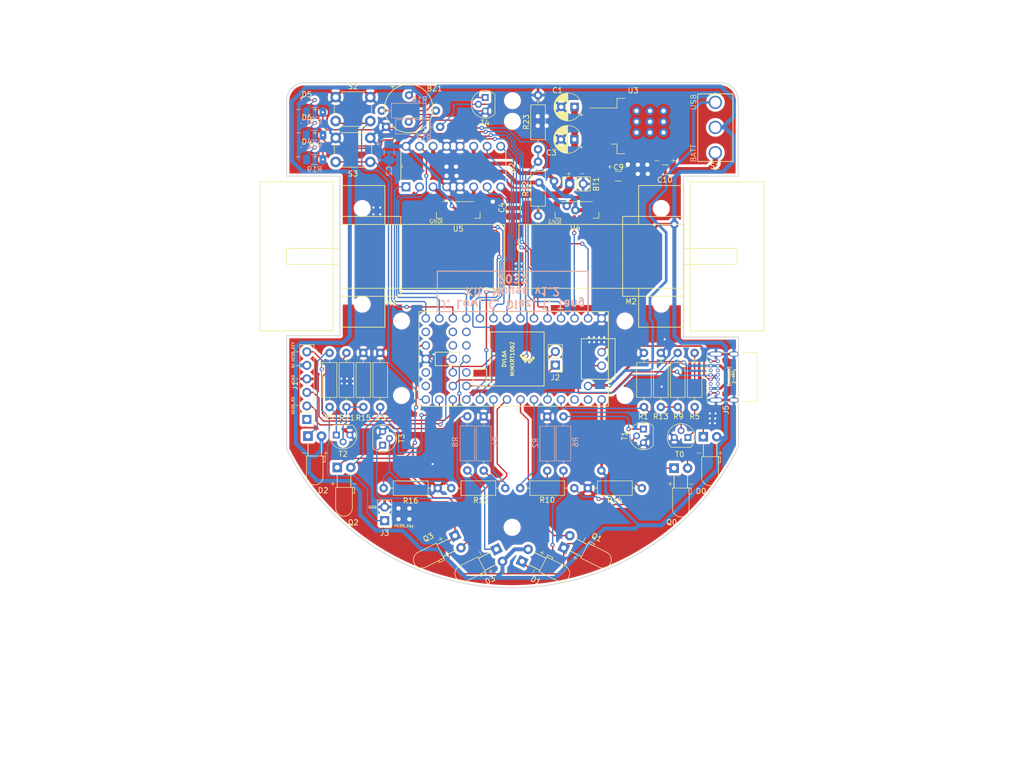
<source format=kicad_pcb>
(kicad_pcb (version 20211014) (generator pcbnew)
  (layers (0 "F.Cu" signal) (31 "B.Cu" signal) (34 "B.Paste" user) (35 "F.Paste" user) (36 "B.SilkS" user "B.Silkscreen") (37 "F.SilkS" user "F.Silkscreen") (38 "B.Mask" user) (39 "F.Mask" user) (44 "Edge.Cuts" user))
  (net 0 "")
  (net 1 "/vBatt")
  (net 2 "/GND")
  (net 3 "/3.3v")
  (net 4 "/Reciever_0")
  (net 5 "/Reciever_1")
  (net 6 "/Reciever_2")
  (net 7 "/Reciever_3")
  (net 8 "/Emitter_0")
  (net 9 "/Emitter_1")
  (net 10 "/Emitter_3")
  (net 14 "/Emitter_2")
  (net 15 "/M2_speed")
  (net 16 "/M1_speed")
  (net 19 "/5v")
  (net 20 "/M1_forward")
  (net 21 "/OUT1")
  (net 22 "/OUT2")
  (net 23 "/M1_backward")
  (net 24 "/M2_forward")
  (net 25 "/OUT3")
  (net 26 "/OUT4")
  (net 27 "/M2_backward")
  (net 28 "/M2_encoder_B")
  (net 29 "/M2_encoder_A")
  (net 30 "/M1_encoder_A")
  (net 31 "/M1_encoder_B")
  (net 32 "/PUSH_SW")
  (net 33 "Net-(D0-Pad1)")
  (net 34 "Net-(D1-Pad1)")
  (net 35 "Net-(D2-Pad1)")
  (net 36 "Net-(D3-Pad1)")
  (net 37 "Net-(R5-Pad2)")
  (net 38 "Net-(R6-Pad2)")
  (net 39 "Net-(R7-Pad2)")
  (net 40 "Net-(R8-Pad2)")
  (net 41 "Net-(R13-Pad2)")
  (net 42 "Net-(R10-Pad1)")
  (net 43 "Net-(R11-Pad1)")
  (net 44 "Net-(R12-Pad1)")
  (net 45 "Net-(C10-Pad1)")
  (net 46 "/VUSB")
  (net 47 "/Buzzer")
  (net 48 "/LED_1")
  (net 49 "Net-(D4-Pad2)")
  (net 50 "Net-(D5-Pad2)")
  (net 51 "/LED_2")
  (net 52 "/LED_3")
  (net 53 "Net-(D6-Pad2)")
  (net 55 "/HC05_RX")
  (net 56 "/HC05_TX")
  (net 57 "/SDA2")
  (net 58 "/SCL2")
  (net 63 "Net-(BZ1-Pad2)")
  (net 65 "Net-(R18-Pad2)")
  (net 66 "/V_METER")
  (net 67 "/HC05_KEY")
  (net 68 "/PUSH_SW2")
  (net 70 "/D+")
  (net 71 "/D-")
  (footprint "misc:Motor_mouse" (layer "F.Cu") (at 161.29 87.2744 180)
    (fp_text reference "M2")
    (fp_text value "Motor_DC")
  )
  (footprint "misc:Motor_mouse" (layer "F.Cu") (at 158.623 87.2744)
    (fp_text reference "M1")
    (fp_text value "Motor_DC")
  )
  (footprint "SN754410NE.kicad_mod:DIP254P762X508-16" (layer "F.Cu") (at 157.87878 66.59372 90)
    (fp_text reference "U2")
    (fp_text value "SN754410NE (Half-Bridge)" hide)
  )
  (footprint "LED_THT:LED_D3.0mm_Horizontal_O3.81mm_Z2.0mm" (layer "F.Cu") (at 190.4492 127.0508)
    (fp_text reference "Q0")
    (fp_text value "Q_Photo_NPN")
  )
  (footprint "Connector_JST:JST_SH_BM06B-SRSS-TB_1x06-1MP_P1.00mm_Vertical" (layer "F.Cu") (at 149.9 79)
    (fp_text reference "U5")
    (fp_text value "Encoder_3081")
  )
  (footprint "Connector_JST:JST_SH_BM06B-SRSS-TB_1x06-1MP_P1.00mm_Vertical" (layer "F.Cu") (at 172.2 79)
    (fp_text reference "U4")
    (fp_text value "Encoder_3081")
  )
  (footprint "Package_TO_SOT_SMD:TO-263-3_TabPin2" (layer "F.Cu") (at 182.6768 62.7888)
    (fp_text reference "U3")
    (fp_text value "LM1085-5.0")
  )
  (footprint "Capacitor_SMD:C_1206_3216Metric_Pad1.42x1.75mm_HandSolder" (layer "F.Cu") (at 188.8 71 180)
    (fp_text reference "C10")
    (fp_text value "10uF(Tantalum)")
  )
  (footprint "Resistor_THT:R_Axial_DIN0207_L6.3mm_D2.5mm_P10.16mm_Horizontal" (layer "F.Cu") (at 148.59 130.81)
    (fp_text reference "R12")
    (fp_text value "1k")
  )
  (footprint "Resistor_THT:R_Axial_DIN0207_L6.3mm_D2.5mm_P10.16mm_Horizontal" (layer "F.Cu") (at 187.96 105.41 -90)
    (fp_text reference "R13")
    (fp_text value "47k")
  )
  (footprint "Resistor_THT:R_Axial_DIN0207_L6.3mm_D2.5mm_P10.16mm_Horizontal" (layer "F.Cu") (at 194.31 105.41 -90)
    (fp_text reference "R5")
    (fp_text value "35")
  )
  (footprint "Resistor_THT:R_Axial_DIN0207_L6.3mm_D2.5mm_P10.16mm_Horizontal" (layer "F.Cu") (at 125.73 105.41 -90)
    (fp_text reference "R7")
    (fp_text value "35")
  )
  (footprint "Resistor_THT:R_Axial_DIN0207_L6.3mm_D2.5mm_P10.16mm_Horizontal" (layer "F.Cu") (at 191.135 115.57 90)
    (fp_text reference "R9")
    (fp_text value "1k")
  )
  (footprint "Resistor_THT:R_Axial_DIN0207_L6.3mm_D2.5mm_P10.16mm_Horizontal" (layer "F.Cu") (at 171.704 130.81 180)
    (fp_text reference "R10")
    (fp_text value "1k")
  )
  (footprint "Resistor_THT:R_Axial_DIN0207_L6.3mm_D2.5mm_P10.16mm_Horizontal" (layer "F.Cu") (at 174.244 130.81)
    (fp_text reference "R14")
    (fp_text value "47k")
  )
  (footprint "Resistor_THT:R_Axial_DIN0207_L6.3mm_D2.5mm_P10.16mm_Horizontal" (layer "F.Cu") (at 132.08 105.41 -90)
    (fp_text reference "R15")
    (fp_text value "47k")
  )
  (footprint "Resistor_THT:R_Axial_DIN0207_L6.3mm_D2.5mm_P10.16mm_Horizontal" (layer "F.Cu") (at 146.05 130.81 180)
    (fp_text reference "R16")
    (fp_text value "47k")
  )
  (footprint "Resistor_THT:R_Axial_DIN0207_L6.3mm_D2.5mm_P10.16mm_Horizontal" (layer "F.Cu") (at 135.255 105.41 -90)
    (fp_text reference "R3")
    (fp_text value "1.8k")
  )
  (footprint "Resistor_THT:R_Axial_DIN0207_L6.3mm_D2.5mm_P10.16mm_Horizontal" (layer "F.Cu") (at 184.785 105.41 -90)
    (fp_text reference "R1")
    (fp_text value "1.8k")
  )
  (footprint "Resistor_THT:R_Axial_DIN0207_L6.3mm_D2.5mm_P10.16mm_Horizontal" (layer "F.Cu") (at 128.905 115.57 90)
    (fp_text reference "R11")
    (fp_text value "1k")
  )
  (footprint "Button_Switch_THT:SW_PUSH_6mm" (layer "F.Cu") (at 126.8857 57.3532)
    (fp_text reference "S2")
    (fp_text value "GPTS203211B")
  )
  (footprint "misc:SWITCH_SLIDE_500SSP1S2M2QEA" (layer "F.Cu") (at 198.2 67.75 90)
    (fp_text reference "S1")
    (fp_text value "EG1218")
  )
  (footprint "misc:TN0104(TO-92)v2" (layer "F.Cu") (at 135.7122 120.1928 -90)
    (fp_text reference "T3")
    (fp_text value "Q_NMOS_DGS")
  )
  (footprint "misc:TN0104(TO-92)v2" (layer "F.Cu") (at 184.68594 122.26036 90)
    (fp_text reference "T1")
    (fp_text value "Q_NMOS_DGS")
  )
  (footprint "MCU_RaspberryPi_and_Boards:Teensy40" (layer "F.Cu") (at 160.3248 106.543 180)
    (fp_text reference "U1")
    (fp_text value "Teensy4.0")
  )
  (footprint "Connector_PinHeader_2.54mm:PinHeader_1x02_P2.54mm_Vertical" (layer "F.Cu") (at 168.148 107.701 180)
    (fp_text reference "J2")
    (fp_text value "Conn_01x02_Female")
  )
  (footprint "Connector_PinHeader_2.54mm:PinHeader_1x06_P2.54mm_Vertical" (layer "F.Cu") (at 121.4628 117.9068 180)
    (fp_text reference "J1")
    (fp_text value "Conn_01x06_Female")
  )
  (footprint "Resistor_THT:R_Axial_DIN0207_L6.3mm_D2.5mm_P10.16mm_Horizontal" (layer "F.Cu") (at 164.8968 79.6544 90)
    (fp_text reference "R22")
    (fp_text value "R")
  )
  (footprint "Resistor_THT:R_Axial_DIN0207_L6.3mm_D2.5mm_P10.16mm_Horizontal" (layer "F.Cu") (at 164.8968 67.1576 90)
    (fp_text reference "R23")
    (fp_text value "R")
  )
  (footprint "misc:TN0104(TO-92)v2" (layer "F.Cu") (at 154.96 59.97 90)
    (fp_text reference "T4")
    (fp_text value "Q_NMOS_DGS")
  )
  (footprint "misc:9x5.5mm Buzzer" (layer "F.Cu") (at 140.6 59.5 90)
    (fp_text reference "BZ1")
    (fp_text value "Buzzer")
  )
  (footprint "Capacitor_SMD:C_1206_3216Metric_Pad1.42x1.75mm_HandSolder" (layer "F.Cu") (at 180 72.2)
    (fp_text reference "C9")
    (fp_text value "10uF")
  )
  (footprint "Connector_PinSocket_2.54mm:PinSocket_1x02_P2.54mm_Vertical" (layer "F.Cu") (at 170.8404 73.66 90)
    (fp_text reference "BT1")
    (fp_text value "Battery_Cell")
  )
  (footprint "Button_Switch_THT:SW_PUSH_6mm" (layer "F.Cu") (at 126.8857 65.024)
    (fp_text reference "S3")
    (fp_text value "GPTS203211B")
  )
  (footprint "misc:TN0104(TO-92)v2" (layer "F.Cu") (at 129.54 120.8405 180)
    (fp_text reference "T2")
    (fp_text value "Q_NMOS_DGS")
  )
  (footprint "LED_THT:LED_D3.0mm_Horizontal_O3.81mm_Z2.0mm" (layer "F.Cu") (at 195.9356 121.158)
    (fp_text reference "D0")
    (fp_text value "SFH4545")
  )
  (footprint "LED_THT:LED_D3.0mm_Horizontal_O3.81mm_Z2.0mm" (layer "F.Cu") (at 121.6787 121.031)
    (fp_text reference "D2")
    (fp_text value "SFH4545")
  )
  (footprint "LED_THT:LED_D3.0mm_Horizontal_O3.81mm_Z2.0mm" (layer "F.Cu") (at 157.083258 142.303667 -63.5)
    (fp_text reference "D3")
    (fp_text value "SFH4545")
  )
  (footprint "LED_THT:LED_D3.0mm_Horizontal_O3.81mm_Z2.0mm" (layer "F.Cu") (at 149.285458 139.738267 -63.5)
    (fp_text reference "Q3")
    (fp_text value "Q_Photo_NPN")
  )
  (footprint "LED_THT:LED_D3.0mm_Horizontal_O3.81mm_Z2.0mm" (layer "F.Cu") (at 127.1778 126.9238)
    (fp_text reference "Q2")
    (fp_text value "Q_Photo_NPN")
  )
  (footprint "misc:TN0104(TO-92)v2" (layer "F.Cu") (at 190.5 121.285)
    (fp_text reference "T0")
    (fp_text value "Q_NMOS_DGS")
  )
  (footprint "LED_THT:LED_D3.0mm_Horizontal_O3.81mm_Z2.0mm" (layer "F.Cu") (at 169.7228 142.0114 63.5)
    (fp_text reference "Q1")
    (fp_text value "Q_Photo_NPN")
  )
  (footprint "LED_THT:LED_D3.0mm_Horizontal_O3.81mm_Z2.0mm" (layer "F.Cu") (at 161.8996 144.5768 63.5)
    (fp_text reference "D1")
    (fp_text value "SFH4545")
  )
  (footprint "MountingHole:MountingHole_2.2mm_M2" (layer "F.Cu") (at 160.0835 61.8998)
    (fp_text reference "SK1" hide)
    (fp_text value "M3")
  )
  (footprint "MountingHole:MountingHole_2.2mm_M2" (layer "F.Cu") (at 160.0962 58.0263)
    (fp_text reference "SK3" hide)
    (fp_text value "M3")
  )
  (footprint "MountingHole:MountingHole_2.2mm_M2" (layer "F.Cu") (at 160.033 124.714)
    (fp_text reference "SK4" hide)
    (fp_text value "M3")
  )
  (footprint "MountingHole:MountingHole_2.2mm_M2" (layer "F.Cu") (at 160.0327 138.176)
    (fp_text reference "SK2" hide)
    (fp_text value "M3")
  )
  (footprint "MountingHole:MountingHole_2.2mm_M2" (layer "F.Cu") (at 139.2555 113.411)
    (fp_text reference "MH2" hide)
    (fp_text value "M3")
  )
  (footprint "MountingHole:MountingHole_2.2mm_M2" (layer "F.Cu") (at 181.229 113.411)
    (fp_text reference "MH1" hide)
    (fp_text value "M3")
  )
  (footprint "Connector_PinHeader_2.54mm:PinHeader_1x02_P2.54mm_Vertical" (layer "F.Cu") (at 136.0805 136.906 180)
    (fp_text reference "J3")
    (fp_text value "Conn_01x02_Male")
  )
  (footprint "LED_SMD:LED_0201_0603Metric_Pad0.64x0.40mm_HandSolder" (layer "F.Cu") (at 121.4485 57.912)
    (fp_text reference "D5")
    (fp_text value "LED")
  )
  (footprint "LED_SMD:LED_0201_0603Metric_Pad0.64x0.40mm_HandSolder" (layer "F.Cu") (at 121.4485 62.23)
    (fp_text reference "D6")
    (fp_text value "LED")
  )
  (footprint "LED_SMD:LED_0201_0603Metric_Pad0.64x0.40mm_HandSolder" (layer "F.Cu") (at 121.4485 66.802)
    (fp_text reference "D4")
    (fp_text value "LED")
  )
  (footprint "Capacitor_THT:CP_Radial_D5.0mm_P2.50mm" (layer "F.Cu") (at 171.75 59.2 180)
    (fp_text reference "C1")
    (fp_text value "100uF")
  )
  (footprint "MountingHole:MountingHole_2.2mm_M2" (layer "F.Cu") (at 139.2555 99.411)
    (fp_text reference "MH4" hide)
    (fp_text value "M3")
  )
  (footprint "MountingHole:MountingHole_2.2mm_M2" (layer "F.Cu") (at 181.229 99.411)
    (fp_text reference "MH3" hide)
    (fp_text value "M3")
  )
  (footprint "Capacitor_THT:CP_Radial_D5.0mm_P2.50mm" (layer "F.Cu") (at 171.705113 65.3 180)
    (fp_text reference "C3")
    (fp_text value "100uF")
  )
  (footprint "Connector_USB:USB_C_Receptacle_GCT_USB4085" (layer "F.Cu") (at 197.325 112.925 90)
    (fp_text reference "J5")
    (fp_text value "USB_C_Receptacle_USB2.0")
  )
  (footprint "Capacitor_SMD:C_1210_3225Metric_Pad1.33x2.70mm_HandSolder" (layer "F.Cu") (at 160.274 78.2 -90)
    (fp_text reference "C4")
    (fp_text value "1uF")
  )
  (footprint "Resistor_THT:R_Axial_DIN0207_L6.3mm_D2.5mm_P10.16mm_Horizontal" (layer "B.Cu") (at 169.672 127.508 90)
    (fp_text reference "R6")
    (fp_text value "35")
  )
  (footprint "Resistor_THT:R_Axial_DIN0207_L6.3mm_D2.5mm_P10.16mm_Horizontal" (layer "B.Cu") (at 151.6126 127.4826 90)
    (fp_text reference "R8")
    (fp_text value "35")
  )
  (footprint "Resistor_THT:R_Axial_DIN0207_L6.3mm_D2.5mm_P10.16mm_Horizontal" (layer "B.Cu") (at 166.624 117.3734 -90)
    (fp_text reference "R2")
    (fp_text value "1.8k")
  )
  (footprint "Resistor_THT:R_Axial_DIN0207_L6.3mm_D2.5mm_P10.16mm_Horizontal" (layer "B.Cu") (at 136.3472 62.9412)
    (fp_text reference "R17")
    (fp_text value "47k")
  )
  (footprint "Resistor_THT:R_Axial_DIN0207_L6.3mm_D2.5mm_P10.16mm_Horizontal" (layer "B.Cu") (at 154.686 117.348 -90)
    (fp_text reference "R4")
    (fp_text value "1.8k")
  )
  (footprint "Resistor_THT:R_Axial_DIN0207_L6.3mm_D2.5mm_P10.16mm_Horizontal" (layer "B.Cu") (at 145.7 59.9 180)
    (fp_text reference "R18")
    (fp_text value "R")
  )
  (footprint "Capacitor_SMD:C_1206_3216Metric_Pad1.42x1.75mm_HandSolder" (layer "B.Cu") (at 136.9 67.7 -90)
    (fp_text reference "C2")
    (fp_text value "0.1uF")
  )
  (footprint "Resistor_SMD:R_1206_3216Metric_Pad1.30x1.75mm_HandSolder" (layer "B.Cu") (at 122.936 69.088)
    (fp_text reference "R19")
    (fp_text value "R")
  )
  (footprint "Resistor_SMD:R_1206_3216Metric_Pad1.30x1.75mm_HandSolder" (layer "B.Cu") (at 122.936 60.198)
    (fp_text reference "R20")
    (fp_text value "R")
  )
  (footprint "Resistor_SMD:R_1206_3216Metric_Pad1.30x1.75mm_HandSolder" (layer "B.Cu") (at 122.936 64.516)
    (fp_text reference "R21")
    (fp_text value "R")
  )
  (gr_line (start 174.279282 97.551651) (end 145.979282 97.659121) (layer "B.SilkS") (width 0.2))
  (gr_line (start 174.279282 90.086591) (end 174.279282 97.551651) (layer "B.SilkS") (width 0.2))
  (gr_line (start 145.979282 90.039121) (end 174.279282 90.086591) (layer "B.SilkS") (width 0.2))
  (gr_line (start 145.979282 97.659121) (end 145.979282 90.039121) (layer "B.SilkS") (width 0.2))
  (gr_line (start 127.7112 102.1588) (end 127.7112 72.2122) (layer "Edge.Cuts") (width 0.15))
  (gr_line (start 120.97258 54.65318) (end 199.15632 54.64556) (layer "Edge.Cuts") (width 0.15))
  (gr_line (start 192.2272 72.2122) (end 192.2272 102.4128) (layer "Edge.Cuts") (width 0.15))
  (gr_arc (start 202.570805 122.880473) (mid 160.302032 149.531511) (end 117.66296 123.47702) (layer "Edge.Cuts") (width 0.15))
  (gr_line (start 117.6528 102.1588) (end 127.7112 102.1588) (layer "Edge.Cuts") (width 0.15))
  (gr_line (start 202.56246 102.4128) (end 192.2272 102.4128) (layer "Edge.Cuts") (width 0.15))
  (gr_line (start 192.2272 72.2122) (end 202.5142 72.2122) (layer "Edge.Cuts") (width 0.15))
  (gr_line (start 117.6782 72.2122) (end 127.7112 72.2122) (layer "Edge.Cuts") (width 0.15))
  (gr_line (start 202.5142 72.2122) (end 202.52182 57.98058) (layer "Edge.Cuts") (width 0.15))
  (gr_line (start 117.6782 72.2122) (end 117.66804 58.03646) (layer "Edge.Cuts") (width 0.15))
  (gr_arc (start 117.667417 58.036462) (mid 118.627124 55.667945) (end 120.97258 54.65318) (layer "Edge.Cuts") (width 0.15))
  (gr_arc (start 199.156316 54.647889) (mid 201.523048 55.62352) (end 202.52182 57.98058) (layer "Edge.Cuts") (width 0.15))
  (gr_line (start 202.570805 122.880473) (end 202.56246 102.4128) (layer "Edge.Cuts") (width 0.15))
  (gr_line (start 117.66296 123.47702) (end 117.6528 102.1588) (layer "Edge.Cuts") (width 0.15))
  (gr_text "J. Low, C. Diaz, T. Tang\nKit-Mouse v1.2\n2022" (at 160.129282 93.849121 180) (layer "B.SilkS") (effects (font (size 1.5 1.5) (thickness 0.3)) (justify mirror)))
  (gr_text "-" (at 134.9431 69.1043) (layer "B.SilkS") (effects (font (size 1 1)) (justify mirror)))
  (gr_text "+" (at 134.8431 66.1043) (layer "B.SilkS") (effects (font (size 1 1)) (justify mirror)))
  (gr_text "+" (at 125.0315 124.1425) (layer "F.SilkS") (effects (font (size 1 1) (thickness 0.1))))
  (gr_text "-" (at 120.9675 124.1425) (layer "F.SilkS") (effects (font (size 1 1) (thickness 0.1))))
  (gr_text "+" (at 146.685 140.335 296.5) (layer "F.SilkS") (effects (font (size 1 1) (thickness 0.1))))
  (gr_text "-" (at 148.336 143.8275 296.5) (layer "F.SilkS") (effects (font (size 1 1) (thickness 0.1))))
  (gr_text "+" (at 165.608 142.9385 63.5) (layer "F.SilkS") (effects (font (size 1 1) (thickness 0.1))))
  (gr_text "-" (at 173.5455 140.3985 63.5) (layer "F.SilkS") (effects (font (size 1 1) (thickness 0.1))))
  (gr_text "-" (at 164.0205 146.3675 63.5) (layer "F.SilkS") (effects (font (size 1 1) (thickness 0.1))))
  (gr_text "+" (at 171.831 143.891 63.5) (layer "F.SilkS") (effects (font (size 1 1) (thickness 0.1))))
  (gr_text "-" (at 154.1145 143.002 296.5) (layer "F.SilkS") (effects (font (size 1 1) (thickness 0.1))))
  (gr_text "+" (at 156.083 146.431 296.5) (layer "F.SilkS") (effects (font (size 1 1) (thickness 0.1))))
  (gr_text "+" (at 199.136 124.1425) (layer "F.SilkS") (effects (font (size 1 1) (thickness 0.1))))
  (gr_text "-" (at 195.1355 124.1425) (layer "F.SilkS") (effects (font (size 1 1) (thickness 0.1))))
  (gr_text "+" (at 189.738 129.921) (layer "F.SilkS") (effects (font (size 1 1) (thickness 0.1))))
  (gr_text "-" (at 130.4925 129.921) (layer "F.SilkS") (effects (font (size 1 1) (thickness 0.1))))
  (gr_text "+" (at 126.365 129.921) (layer "F.SilkS") (effects (font (size 1 1) (thickness 0.1))))
  (gr_text "-" (at 193.675 129.9845) (layer "F.SilkS") (effects (font (size 1 1) (thickness 0.1))))
  (gr_text "GND" (at 145.6 80.7) (layer "F.SilkS") (effects (font (size 0.75 0.75) (thickness 0.1))))
  (gr_text "GND" (at 167.9 80.8) (layer "F.SilkS") (effects (font (size 0.75 0.75) (thickness 0.1))))
  (gr_text "+" (at 178.374 70.525 180) (layer "F.SilkS") (effects (font (size 1 1) (thickness 0.1))))
  (gr_text "USB" (at 194.1 58.3 90) (layer "F.SilkS") (effects (font (size 1 1) (thickness 0.1))))
  (gr_text "+" (at 123.063 59.7535 180) (layer "F.SilkS") (effects (font (size 1 1) (thickness 0.1))))
  (gr_text "HC05_Key" (at 139.7 137.9) (layer "F.SilkS") (effects (font (size 0.5 0.5) (thickness 0.1))))
  (gr_text "GND\n|\n" (at 119.3 110.3 90) (layer "F.SilkS") (effects (font (size 0.5 0.5) (thickness 0.1))))
  (gr_text "GND" (at 133.8 134.4) (layer "F.SilkS") (effects (font (size 0.5 0.5) (thickness 0.1))))
  (gr_text "-" (at 119.9515 64.135 180) (layer "F.SilkS") (effects (font (size 1 1) (thickness 0.1))))
  (gr_text "-" (at 119.8245 68.6435 180) (layer "F.SilkS") (effects (font (size 1 1) (thickness 0.1))))
  (gr_text "-" (at 187.2 69.4 180) (layer "F.SilkS") (effects (font (size 1 1) (thickness 0.1))))
  (gr_text "+" (at 122.9995 68.6435 180) (layer "F.SilkS") (effects (font (size 1 1) (thickness 0.1))))
  (gr_text "Type-C\n(optional)" (at 201.25 109.825 270) (layer "F.SilkS") (effects (font (size 0.5 0.5) (thickness 0.125))))
  (gr_text "+" (at 122.9995 64.135 180) (layer "F.SilkS") (effects (font (size 1 1) (thickness 0.1))))
  (gr_text "+" (at 170.7 71.7) (layer "F.SilkS") (effects (font (size 1 1) (thickness 0.1))))
  (gr_text "-" (at 119.9515 59.7535 180) (layer "F.SilkS") (effects (font (size 1 1) (thickness 0.1))))
  (gr_text "BATT" (at 194.1 67.9 90) (layer "F.SilkS") (effects (font (size 1 1) (thickness 0.1))))
  (gr_text "-" (at 181.549 70.525 180) (layer "F.SilkS") (effects (font (size 1 1) (thickness 0.1))))
  (gr_text "5V\n|" (at 119.3 107.8 90) (layer "F.SilkS") (effects (font (size 0.5 0.5) (thickness 0.1))))
  (gr_text "-" (at 173.1765 71.827 180) (layer "F.SilkS") (effects (font (size 1 1) (thickness 0.1))))
  (gr_text "+" (at 190.4 69.3 270) (layer "F.SilkS") (effects (font (size 1 1) (thickness 0.1))))
  (gr_text "HC05_RX\n|" (at 119.3 115.3 90) (layer "F.SilkS") (effects (font (size 0.5 0.5) (thickness 0.1))))
  (gr_text "HC05_KEY\n|" (at 119.3 105.2 90) (layer "F.SilkS") (effects (font (size 0.5 0.5) (thickness 0.1))))
  (segment (start 164.8968 77.4192) (end 166.624 75.692) (width 0.5) (layer "F.Cu") (net 1))
  (segment (start 175.2457 66.9849) (end 175.768 66.4626) (width 1.25) (layer "F.Cu") (net 1))
  (segment (start 171.7548 62.7888) (end 171.75 62.784) (width 1.25) (layer "F.Cu") (net 1))
  (segment (start 175.2457 68.6816) (end 175.2457 66.9849) (width 1.25) (layer "F.Cu") (net 1))
  (segment (start 164.8968 79.6544) (end 164.8968 77.4192) (width 0.5) (layer "F.Cu") (net 1))
  (segment (start 166.624 75.692) (end 159.35706 75.692) (width 1.25) (layer "F.Cu") (net 1))
  (segment (start 171.7548 68.834) (end 173.866 68.834) (width 1.25) (layer "F.Cu") (net 1))
  (segment (start 171.7548 62.7888) (end 171.7548 63.7452) (width 1.25) (layer "F.Cu") (net 1))
  (segment (start 175.768 66.4626) (end 176.9018 65.3288) (width 1.25) (layer "F.Cu") (net 1))
  (segment (start 176.934 68.834) (end 178.5125 70.4125) (width 1.25) (layer "F.Cu") (net 1))
  (segment (start 171.7548 63.7452) (end 171.7548 68.834) (width 1.25) (layer "F.Cu") (net 1))
  (segment (start 175.0933 68.834) (end 175.2457 68.6816) (width 1.25) (layer "F.Cu") (net 1))
  (segment (start 173.866 68.834) (end 175.0933 68.834) (width 1.25) (layer "F.Cu") (net 1))
  (segment (start 173.866 68.834) (end 176.934 68.834) (width 1.25) (layer "F.Cu") (net 1))
  (segment (start 159.35706 75.692) (end 157.87878 74.21372) (width 1.25) (layer "F.Cu") (net 1))
  (segment (start 171.7548 68.834) (end 171.7548 68.9864) (width 1.25) (layer "F.Cu") (net 1))
  (segment (start 178.5125 70.4125) (end 178.5125 72.2) (width 1.25) (layer "F.Cu") (net 1))
  (segment (start 170.8404 74.5236) (end 169.672 75.692) (width 1.25) (layer "F.Cu") (net 1))
  (segment (start 170.8404 73.66) (end 170.8404 74.0156) (width 1.25) (layer "F.Cu") (net 1))
  (segment (start 170.8404 73.66) (end 170.8404 74.5236) (width 1.25) (layer "F.Cu") (net 1))
  (segment (start 170.8404 69.9008) (end 170.8404 73.66) (width 1.25) (layer "F.Cu") (net 1))
  (segment (start 169.672 75.692) (end 166.624 75.692) (width 1.25) (layer "F.Cu") (net 1))
  (segment (start 171.7548 68.9864) (end 170.8404 69.9008) (width 1.25) (layer "F.Cu") (net 1))
  (segment (start 171.75 62.784) (end 171.75 59.2) (width 1.25) (layer "F.Cu") (net 1))
  (segment (start 171.7548 63.7452) (end 171.75 63.7404) (width 1.25) (layer "F.Cu") (net 1))
  (segment (start 197.325 112.925) (end 198.675 112.925) (width 0.3) (layer "F.Cu") (net 2))
  (segment (start 121.041 62.23) (end 121.041 66.802) (width 0.13) (layer "F.Cu") (net 2))
  (segment (start 121.041 57.912) (end 121.041 62.23) (width 0.13) (layer "F.Cu") (net 2))
  (segment (start 197.325 106.975) (end 198.675 106.975) (width 0.3) (layer "F.Cu") (net 2))
  (segment (start 148.4624 59.97) (end 154.96 59.97) (width 0.25) (layer "F.Cu") (net 2))
  (segment (start 126.0475 56.515) (end 126.8857 57.3532) (width 0.13) (layer "F.Cu") (net 2))
  (segment (start 145.0848 129.8448) (end 146.05 130.81) (width 0.25) (layer "F.Cu") (net 2))
  (segment (start 144.4298 106.543) (end 143.8148 106.543) (width 0.25) (layer "F.Cu") (net 2))
  (segment (start 141.4907 63.2333) (end 143.5608 61.1632) (width 0.25) (layer "F.Cu") (net 2))
  (segment (start 121.041 57.394) (end 121.92 56.515) (width 0.13) (layer "F.Cu") (net 2))
  (segment (start 147.2692 61.1632) (end 148.4624 59.97) (width 0.25) (layer "F.Cu") (net 2))
  (segment (start 136.3472 62.9412) (end 136.6393 63.2333) (width 0.25) (layer "F.Cu") (net 2))
  (segment (start 145.0848 126.2888) (end 145.0848 129.8448) (width 0.25) (layer "F.Cu") (net 2))
  (segment (start 121.041 57.912) (end 121.041 57.394) (width 0.13) (layer "F.Cu") (net 2))
  (segment (start 121.92 56.515) (end 126.0475 56.515) (width 0.13) (layer "F.Cu") (net 2))
  (segment (start 136.6393 63.2333) (end 141.4907 63.2333) (width 0.25) (layer "F.Cu") (net 2))
  (segment (start 145.288 105.6848) (end 144.4298 106.543) (width 0.25) (layer "F.Cu") (net 2))
  (segment (start 143.5608 61.1632) (end 147.2692 61.1632) (width 0.25) (layer "F.Cu") (net 2))
  (via (at 164.846 60.96) (size 1.6) (drill 0.8) (layers "F.Cu" "B.Cu") (net 2))
  (via (at 176.35 102.475) (size 0.8) (drill 0.4) (layers "F.Cu" "B.Cu") (net 2))
  (via (at 166.5224 60.96) (size 1.6) (drill 0.8) (layers "F.Cu" "B.Cu") (net 2))
  (via (at 161.798 88.646) (size 0.8) (drill 0.4) (layers "F.Cu" "B.Cu") (net 2))
  (via (at 177.3152 102.475) (size 0.8) (drill 0.4) (layers "F.Cu" "B.Cu") (net 2))
  (via (at 149.478 70.425) (size 1.6) (drill 0.8) (layers "F.Cu" "B.Cu") (net 2))
  (via (at 133.985 78.105) (size 0.8) (drill 0.4) (layers "F.Cu" "B.Cu") (net 2))
  (via (at 188.125 111.75) (size 0.8) (drill 0.4) (layers "F.Cu" "B.Cu") (net 2))
  (via (at 128.016 111.1504) (size 0.8) (drill 0.4) (layers "F.Cu" "B.Cu") (net 2))
  (via (at 188.675 102.85) (size 0.8) (drill 0.4) (layers "F.Cu" "B.Cu") (net 2))
  (via (at 160.7312 89.6112) (size 0.8) (drill 0.4) (layers "F.Cu" "B.Cu") (net 2))
  (via (at 145.288 105.664) (size 0.8) (drill 0.4) (layers "F.Cu" "B.Cu") (net 2))
  (via (at 160.7312 88.646) (size 0.8) (drill 0.4) (layers "F.Cu" "B.Cu") (net 2))
  (via (at 156.4 77) (size 1.6) (drill 0.8) (layers "F.Cu" "B.Cu") (net 2))
  (via (at 147.7 70.425) (size 1.6) (drill 0.8) (layers "F.Cu" "B.Cu") (net 2))
  (via (at 161.798 89.662) (size 0.8) (drill 0.4) (layers "F.Cu" "B.Cu") (net 2))
  (via (at 138.684 134.62) (size 1.6) (drill 0.8) (layers "F.Cu" "B.Cu") (net 2))
  (via (at 129.0066 110.236) (size 0.8) (drill 0.4) (layers "F.Cu" "B.Cu") (net 2))
  (via (at 181.7624 70.0024) (size 1.6) (drill 0.8) (layers "F.Cu" "B.Cu") (net 2))
  (via (at 140.716 134.62) (size 1.6) (drill 0.8) (layers "F.Cu" "B.Cu") (net 2))
  (via (at 185.5216 71.7804) (size 1.6) (drill 0.8) (layers "F.Cu" "B.Cu") (net 2))
  (via (at 197.1675 117.729) (size 0.8) (drill 0.4) (layers "F.Cu" "B.Cu") (net 2))
  (via (at 138.684 136.652) (size 1.6) (drill 0.8) (layers "F.Cu" "B.Cu") (net 2))
  (via (at 145.0848 126.2888) (size 0.8) (drill 0.4) (layers "F.Cu" "B.Cu") (net 2))
  (via (at 197.1675 118.618) (size 0.8) (drill 0.4) (layers "F.Cu" "B.Cu") (net 2))
  (via (at 161.798 90.678) (size 0.8) (drill 0.4) (layers "F.Cu" "B.Cu") (net 2))
  (via (at 135.255 78.105) (size 0.8) (drill 0.4) (layers "F.Cu" "B.Cu") (net 2))
  (via (at 175.4356 103.3894) (size 0.8) (drill 0.4) (layers "F.Cu" "B.Cu") (net 2))
  (via (at 198.12 118.618) (size 0.8) (drill 0.4) (layers "F.Cu" "B.Cu") (net 2))
  (via (at 147.7 72.1522) (size 1.6) (drill 0.8) (layers "F.Cu" "B.Cu") (net 2))
  (via (at 161.8488 91.6432) (size 0.8) (drill 0.4) (layers "F.Cu" "B.Cu") (net 2))
  (via (at 176.35 103.3894) (size 0.8) (drill 0.4) (layers "F.Cu" "B.Cu") (net 2))
  (via (at 166.497 62.7253) (size 1.6) (drill 0.8) (layers "F.Cu" "B.Cu") (net 2))
  (via (at 160.7312 91.5924) (size 0.8) (drill 0.4) (layers "F.Cu" "B.Cu") (net 2))
  (via (at 129.0066 111.1758) (size 0.8) (drill 0.4) (layers "F.Cu" "B.Cu") (net 2))
  (via (at 198.1835 117.729) (size 0.8) (drill 0.4) (layers "F.Cu" "B.Cu") (net 2))
  (via (at 174.4704 102.475) (size 0.8) (drill 0.4) (layers "F.Cu" "B.Cu") (net 2))
  (via (at 127.9398 110.236) (size 0.8) (drill 0.4) (layers "F.Cu" "B.Cu") (net 2))
  (via (at 135.255 79.375) (size 0.8) (drill 0.4) (layers "F.Cu" "B.Cu") (net 2))
  (via (at 160.7312 90.6272) (size 0.8) (drill 0.4) (layers "F.Cu" "B.Cu") (net 2))
  (via (at 164.846 62.738) (size 1.6) (drill 0.8) (layers "F.Cu" "B.Cu") (net 2))
  (via (at 197.1675 116.7765) (size 0.8) (drill 0.4) (layers "F.Cu" "B.Cu") (net 2))
  (via (at 183.642 70.0532) (size 1.6) (drill 0.8) (layers "F.Cu" "B.Cu") (net 2))
  (via (at 174.5212 103.3894) (size 0.8) (drill 0.4) (layers "F.Cu" "B.Cu") (net 2))
  (via (at 130.0988 110.236) (size 0.8) (drill 0.4) (layers "F.Cu" "B.Cu") (net 2))
  (via (at 130.1242 111.1504) (size 0.8) (drill 0.4) (layers "F.Cu" "B.Cu") (net 2))
  (via (at 140.716 136.652) (size 1.6) (drill 0.8) (layers "F.Cu" "B.Cu") (net 2))
  (via (at 177.3152 103.3894) (size 0.8) (drill 0.4) (layers "F.Cu" "B.Cu") (net 2))
  (via (at 149.5796 72.1522) (size 1.6) (drill 0.8) (layers "F.Cu" "B.Cu") (net 2))
  (via (at 175.3848 102.475) (size 0.8) (drill 0.4) (layers "F.Cu" "B.Cu") (net 2))
  (via (at 183.642 71.7804) (size 1.6) (drill 0.8) (layers "F.Cu" "B.Cu") (net 2))
  (via (at 133.985 79.375) (size 0.8) (drill 0.4) (layers "F.Cu" "B.Cu") (net 2))
  (via (at 198.247 116.7765) (size 0.8) (drill 0.4) (layers "F.Cu" "B.Cu") (net 2))
  (via (at 185.42 70.0532) (size 1.6) (drill 0.8) (layers "F.Cu" "B.Cu") (net 2))
  (segment (start 144.887489 115.970511) (end 144.887489 126.091489) (width 0.25) (layer "B.Cu") (net 2))
  (segment (start 145.034 115.824) (end 145.034 106.934) (width 0.25) (layer "B.Cu") (net 2))
  (segment (start 145.034 115.824) (end 144.887489 115.970511) (width 0.25) (layer "B.Cu") (net 2))
  (segment (start 145.034 106.934) (end 144.643 106.543) (width 0.25) (layer "B.Cu") (net 2))
  (segment (start 144.887489 126.091489) (end 145.0848 126.2888) (width 0.25) (layer "B.Cu") (net 2))
  (segment (start 144.643 106.543) (end 143.8148 106.543) (width 0.25) (layer "B.Cu") (net 2))
  (segment (start 148.1328 132.6134) (end 149.285458 133.766058) (width 0.25) (layer "F.Cu") (net 3))
  (segment (start 145.2499 132.6134) (end 148.1328 132.6134) (width 0.25) (layer "F.Cu") (net 3))
  (segment (start 141.986 115.6208) (end 141.986 104.902) (width 0.25) (layer "F.Cu") (net 3))
  (segment (start 179.1843 133.8834) (end 183.8833 133.8834) (width 0.25) (layer "F.Cu") (net 3))
  (segment (start 186.4614 131.3053) (end 186.4614 129.2606) (width 0.25) (layer "F.Cu") (net 3))
  (segment (start 149.285458 139.738267) (end 148.1963 140.827425) (width 0.25) (layer "F.Cu") (net 3))
  (segment (start 141.4272 123.6091) (end 141.4272 123.6472) (width 0.25) (layer "F.Cu") (net 3))
  (segment (start 169.7228 145.7071) (end 169.7228 142.0114) (width 0.25) (layer "F.Cu") (net 3))
  (segment (start 128.8923 125.2093) (end 127.1778 126.9238) (width 0.25) (layer "F.Cu") (net 3))
  (segment (start 171.831 141.2367) (end 179.1843 133.8834) (width 0.25) (layer "F.Cu") (net 3))
  (segment (start 141.4272 128.7907) (end 145.2499 132.6134) (width 0.25) (layer "F.Cu") (net 3))
  (segment (start 142.885 104.003) (end 143.8148 104.003) (width 0.25) (layer "F.Cu") (net 3))
  (segment (start 170.4975 141.2367) (end 171.831 141.2367) (width 0.25) (layer "F.Cu") (net 3))
  (segment (start 141.4272 123.6472) (end 139.8651 125.2093) (width 0.25) (layer "F.Cu") (net 3))
  (segment (start 150.9522 146.8882) (end 168.5417 146.8882) (width 0.25) (layer "F.Cu") (net 3))
  (segment (start 139.8651 125.2093) (end 128.8923 125.2093) (width 0.25) (layer "F.Cu") (net 3))
  (segment (start 148.1963 144.1323) (end 150.9522 146.8882) (width 0.25) (layer "F.Cu") (net 3))
  (segment (start 141.4272 122.6312) (end 141.7828 122.2756) (width 0.25) (layer "F.Cu") (net 3))
  (segment (start 141.986 104.902) (end 142.885 104.003) (width 0.25) (layer "F.Cu") (net 3))
  (segment (start 183.8833 133.8834) (end 186.4614 131.3053) (width 0.25) (layer "F.Cu") (net 3))
  (segment (start 148.1963 140.827425) (end 148.1963 144.1323) (width 0.25) (layer "F.Cu") (net 3))
  (segment (start 168.5417 146.8882) (end 169.7228 145.7071) (width 0.25) (layer "F.Cu") (net 3))
  (segment (start 149.285458 133.766058) (end 149.285458 139.738267) (width 0.25) (layer "F.Cu") (net 3))
  (segment (start 141.4272 123.6472) (end 141.4272 128.7907) (width 0.25) (layer "F.Cu") (net 3))
  (segment (start 169.7228 142.0114) (end 170.4975 141.2367) (width 0.25) (layer "F.Cu") (net 3))
  (segment (start 188.6712 127.0508) (end 190.4492 127.0508) (width 0.25) (layer "F.Cu") (net 3))
  (segment (start 141.4272 123.6091) (end 141.4272 122.6312) (width 0.25) (layer "F.Cu") (net 3))
  (segment (start 186.4614 129.2606) (end 188.6712 127.0508) (width 0.25) (layer "F.Cu") (net 3))
  (via (at 141.986 115.6208) (size 0.8) (drill 0.4) (layers "F.Cu" "B.Cu") (net 3))
  (via (at 141.7828 122.2756) (size 0.8) (drill 0.4) (layers "F.Cu" "B.Cu") (net 3))
  (segment (start 141.7828 115.824) (end 141.7828 122.2756) (width 0.25) (layer "B.Cu") (net 3))
  (segment (start 141.986 115.6208) (end 141.7828 115.824) (width 0.25) (layer "B.Cu") (net 3))
  (segment (start 192.3542 124.968) (end 192.9892 125.603) (width 0.25) (layer "F.Cu") (net 4))
  (segment (start 186.9948 117.7798) (end 184.785 115.57) (width 0.25) (layer "F.Cu") (net 4))
  (segment (start 186.9948 124.3076) (end 187.6552 124.968) (width 0.25) (layer "F.Cu") (net 4))
  (segment (start 186.9948 120.331148) (end 186.9948 120.3452) (width 0.25) (layer "F.Cu") (net 4))
  (segment (start 186.9948 120.331148) (end 186.9948 124.3076) (width 0.25) (layer "F.Cu") (net 4))
  (segment (start 192.9892 125.603) (end 192.9892 127.0508) (width 0.25) (layer "F.Cu") (net 4))
  (segment (start 186.9948 120.331148) (end 186.9948 117.7798) (width 0.25) (layer "F.Cu") (net 4))
  (segment (start 187.6552 124.968) (end 192.3542 124.968) (width 0.25) (layer "F.Cu") (net 4))
  (segment (start 184.785 115.57) (end 184.531 115.824) (width 0.25) (layer "B.Cu") (net 4))
  (segment (start 184.531 115.824) (end 169.5196 115.824) (width 0.25) (layer "B.Cu") (net 4))
  (segment (start 169.5196 115.824) (end 169.2148 115.5192) (width 0.25) (layer "B.Cu") (net 4))
  (segment (start 169.2148 115.5192) (end 169.2148 114.163) (width 0.25) (layer "B.Cu") (net 4))
  (segment (start 163.068 118.0084) (end 161.5948 116.5352) (width 0.25) (layer "F.Cu") (net 5))
  (segment (start 166.116 132.192) (end 166.624 131.684) (width 0.25) (layer "F.Cu") (net 5))
  (segment (start 166.624 131.684) (end 166.624 127.5334) (width 0.25) (layer "F.Cu") (net 5))
  (segment (start 166.116 132.192) (end 163.068 129.144) (width 0.25) (layer "F.Cu") (net 5))
  (segment (start 166.116 132.192) (end 166.116 137.8712) (width 0.25) (layer "F.Cu") (net 5))
  (segment (start 166.116 137.8712) (end 167.983067 139.738267) (width 0.25) (layer "F.Cu") (net 5))
  (segment (start 161.5948 116.5352) (end 161.5948 114.163) (width 0.25) (layer "F.Cu") (net 5))
  (segment (start 167.983067 139.738267) (end 170.856142 139.738267) (width 0.25) (layer "F.Cu") (net 5))
  (segment (start 163.068 129.144) (end 163.068 118.0084) (width 0.25) (layer "F.Cu") (net 5))
  (segment (start 146.05 117.094) (end 146.3548 116.7892) (width 0.25) (layer "F.Cu") (net 6))
  (segment (start 143.002 117.094) (end 146.05 117.094) (width 0.25) (layer "F.Cu") (net 6))
  (segment (start 146.3548 116.7892) (end 146.3548 114.163) (width 0.25) (layer "F.Cu") (net 6))
  (via (at 143.002 117.094) (size 0.8) (drill 0.4) (layers "F.Cu" "B.Cu") (net 6))
  (segment (start 135.255 115.57) (end 135.255 116.70137) (width 0.25) (layer "B.Cu") (net 6))
  (segment (start 135.255 115.57) (end 135.255 116.78158) (width 0.25) (layer "B.Cu") (net 6))
  (segment (start 135.255 116.70137) (end 135.255 116.78158) (width 0.25) (layer "B.Cu") (net 6))
  (segment (start 138.684 124.101402) (end 142.598598 124.101402) (width 0.25) (layer "B.Cu") (net 6))
  (segment (start 135.255 116.70137) (end 135.255 116.84) (width 0.25) (layer "B.Cu") (net 6))
  (segment (start 142.748 123.952) (end 143.002 123.698) (width 0.25) (layer "B.Cu") (net 6))
  (segment (start 132.02158 124.62002) (end 129.7178 126.9238) (width 0.25) (layer "B.Cu") (net 6))
  (segment (start 138.684 120.21058) (end 135.255 116.78158) (width 0.25) (layer "B.Cu") (net 6))
  (segment (start 135.255 116.78158) (end 132.02158 120.015) (width 0.25) (layer "B.Cu") (net 6))
  (segment (start 143.002 123.698) (end 143.002 117.094) (width 0.25) (layer "B.Cu") (net 6))
  (segment (start 138.684 124.101402) (end 138.684 120.21058) (width 0.25) (layer "B.Cu") (net 6))
  (segment (start 142.598598 124.101402) (end 142.748 123.952) (width 0.25) (layer "B.Cu") (net 6))
  (segment (start 132.02158 120.015) (end 132.02158 124.62002) (width 0.25) (layer "B.Cu") (net 6))
  (segment (start 158.0388 129.5146) (end 159.004 128.5494) (width 0.25) (layer "F.Cu") (net 7))
  (segment (start 152.3619 140.0683) (end 152.3619 136.7917) (width 0.25) (layer "F.Cu") (net 7))
  (segment (start 156.3624 129.1844) (end 154.686 127.508) (width 0.25) (layer "F.Cu") (net 7))
  (segment (start 156.3624 129.5146) (end 156.3624 129.1844) (width 0.25) (layer "F.Cu") (net 7))
  (segment (start 156.3624 129.5146) (end 158.0388 129.5146) (width 0.25) (layer "F.Cu") (net 7))
  (segment (start 157.226 126.238) (end 157.226 115.9918) (width 0.25) (layer "F.Cu") (net 7))
  (segment (start 154.0256 131.8514) (end 156.3624 129.5146) (width 0.25) (layer "F.Cu") (net 7))
  (segment (start 159.004 128.016) (end 157.226 126.238) (width 0.25) (layer "F.Cu") (net 7))
  (segment (start 152.3619 136.7917) (end 154.0256 135.128) (width 0.25) (layer "F.Cu") (net 7))
  (segment (start 154.0256 135.128) (end 154.0256 131.8514) (width 0.25) (layer "F.Cu") (net 7))
  (segment (start 152.3619 140.0683) (end 152.3873 140.0683) (width 0.25) (layer "F.Cu") (net 7))
  (segment (start 159.004 128.5494) (end 159.004 128.016) (width 0.25) (layer "F.Cu") (net 7))
  (segment (start 157.226 115.9918) (end 159.0548 114.163) (width 0.25) (layer "F.Cu") (net 7))
  (segment (start 152.3619 140.0683) (end 150.4188 142.0114) (width 0.25) (layer "F.Cu") (net 7))
  (segment (start 166.6748 112.8268) (end 179.1462 112.8268) (width 0.25) (layer "B.Cu") (net 8))
  (segment (start 179.1462 112.8268) (end 182.387 109.586) (width 0.25) (layer "B.Cu") (net 8))
  (segment (start 184.658 109.586) (end 184.927 109.586) (width 0.25) (layer "B.Cu") (net 8))
  (segment (start 184.927 109.586) (end 186.959 109.586) (width 0.25) (layer "B.Cu") (net 8))
  (segment (start 182.387 109.586) (end 184.927 109.586) (width 0.25) (layer "B.Cu") (net 8))
  (segment (start 166.6748 114.163) (end 166.6748 112.8268) (width 0.25) (layer "B.Cu") (net 8))
  (segment (start 186.959 109.586) (end 191.135 105.41) (width 0.25) (layer "B.Cu") (net 8))
  (segment (start 161.544 130.16) (end 164.1348 127.5692) (width 0.25) (layer "B.Cu") (net 9))
  (segment (start 164.1348 127.5692) (end 164.1348 114.163) (width 0.25) (layer "B.Cu") (net 9))
  (segment (start 161.544 130.81) (end 161.544 130.16) (width 0.25) (layer "B.Cu") (net 9))
  (segment (start 156.5148 127.5692) (end 156.5148 114.163) (width 0.25) (layer "B.Cu") (net 10))
  (segment (start 158.75 129.906) (end 158.75 130.81) (width 0.25) (layer "B.Cu") (net 10))
  (segment (start 156.464 127.62) (end 156.5148 127.5692) (width 0.25) (layer "B.Cu") (net 10))
  (segment (start 156.464 127.62) (end 158.75 129.906) (width 0.25) (layer "B.Cu") (net 10))
  (segment (start 126.3015 106.7435) (end 128.0795 106.7435) (width 0.25) (layer "F.Cu") (net 14))
  (segment (start 128.905 105.918) (end 128.905 105.41) (width 0.25) (layer "F.Cu") (net 14))
  (segment (start 124.3838 109.8677) (end 125.0315 109.22) (width 0.25) (layer "F.Cu") (net 14))
  (segment (start 125.0315 108.0135) (end 126.3015 106.7435) (width 0.25) (layer "F.Cu") (net 14))
  (segment (start 147.3649 118.0651) (end 148.8948 116.5352) (width 0.25) (layer "F.Cu") (net 14))
  (segment (start 148.8948 116.5352) (end 148.8948 114.163) (width 0.25) (layer "F.Cu") (net 14))
  (segment (start 145.542 118.0651) (end 140.8743 118.0651) (width 0.25) (layer "F.Cu") (net 14))
  (segment (start 125.0315 109.22) (end 125.0315 108.0135) (width 0.25) (layer "F.Cu") (net 14))
  (segment (start 128.0795 106.7435) (end 128.905 105.918) (width 0.25) (layer "F.Cu") (net 14))
  (segment (start 124.3838 116.8146) (end 124.3838 109.8677) (width 0.25) (layer "F.Cu") (net 14))
  (segment (start 145.542 118.0651) (end 147.3649 118.0651) (width 0.25) (layer "F.Cu") (net 14))
  (segment (start 140.8743 118.0651) (end 140.8684 118.0592) (width 0.25) (layer "F.Cu") (net 14))
  (segment (start 138.3665 118.0592) (end 137.9728 117.6655) (width 0.25) (layer "F.Cu") (net 14))
  (segment (start 125.2347 117.6655) (end 124.3838 116.8146) (width 0.25) (layer "F.Cu") (net 14))
  (segment (start 140.8684 118.0592) (end 138.3665 118.0592) (width 0.25) (layer "F.Cu") (net 14))
  (segment (start 137.9728 117.6655) (end 125.2347 117.6655) (width 0.25) (layer "F.Cu") (net 14))
  (segment (start 160.274 83.566) (end 160.02 83.82) (width 0.25) (layer "B.Cu") (net 15))
  (segment (start 160.02 87.601278) (end 159.512 88.109278) (width 0.25) (layer "B.Cu") (net 15))
  (segment (start 160.02 83.82) (end 160.02 87.601278) (width 0.25) (layer "B.Cu") (net 15))
  (segment (start 157.87878 66.59372) (end 160.274 68.98894) (width 0.25) (layer "B.Cu") (net 15))
  (segment (start 159.512 88.109278) (end 159.512 96.266) (width 0.25) (layer "B.Cu") (net 15))
  (segment (start 160.274 68.98894) (end 160.274 83.566) (width 0.25) (layer "B.Cu") (net 15))
  (segment (start 159.0548 96.7232) (end 159.0548 98.923) (width 0.25) (layer "B.Cu") (net 15))
  (segment (start 159.512 96.266) (end 159.0548 96.7232) (width 0.25) (layer "B.Cu") (net 15))
  (segment (start 143.51 95.758) (end 143.8148 96.0628) (width 0.25) (layer "B.Cu") (net 16))
  (segment (start 140.09878 74.21372) (end 138.63828 74.21372) (width 0.25) (layer "B.Cu") (net 16))
  (segment (start 143.8148 96.0628) (end 143.8148 98.923) (width 0.25) (layer "B.Cu") (net 16))
  (segment (start 138.63828 74.21372) (end 137.922 74.93) (width 0.25) (layer "B.Cu") (net 16))
  (segment (start 138.176 95.758) (end 143.51 95.758) (width 0.25) (layer "B.Cu") (net 16))
  (segment (start 137.922 95.504) (end 138.176 95.758) (width 0.25) (layer "B.Cu") (net 16))
  (segment (start 137.922 74.93) (end 137.922 95.504) (width 0.25) (layer "B.Cu") (net 16))
  (segment (start 187.5536 81.2292) (end 190.5 81.2292) (width 0.5) (layer "F.Cu") (net 19))
  (segment (start 148.7 77.8) (end 148.798854 77.8) (width 0.5) (layer "F.Cu") (net 19))
  (segment (start 150.4 79.401146) (end 150.4 80.325) (width 0.5) (layer "F.Cu") (net 19))
  (segment (start 148.798854 77.8) (end 150.4 79.401146) (width 0.5) (layer "F.Cu") (net 19))
  (segment (start 187.5536 81.2292) (end 186.7828 82) (width 0.5) (layer "F.Cu") (net 19))
  (segment (start 173.1 82) (end 172.7 81.6) (width 0.5) (layer "F.Cu") (net 19))
  (segment (start 176.784 127.508) (end 176.8348 127.4572) (width 0.5) (layer "F.Cu") (net 19))
  (segment (start 186.7828 82) (end 173.1 82) (width 0.5) (layer "F.Cu") (net 19))
  (segment (start 172.7 81.6) (end 172.7 80.325) (width 0.5) (layer "F.Cu") (net 19))
  (segment (start 176.8348 127.4572) (end 176.8348 114.163) (width 0.5) (layer "F.Cu") (net 19))
  (via (at 190.5 81.2292) (size 1.6) (drill 0.8) (layers "F.Cu" "B.Cu") (net 19))
  (via (at 176.784 127.508) (size 1.6) (drill 0.8) (layers "F.Cu" "B.Cu") (net 19))
  (via (at 148.7 77.8) (size 0.8) (drill 0.4) (layers "F.Cu" "B.Cu") (net 19))
  (segment (start 141.44481 55.95239) (end 141.65961 55.95239) (width 0.5) (layer "B.Cu") (net 19))
  (segment (start 139.45362 138.78306) (end 134.43712 138.78306) (width 0.75) (layer "B.Cu") (net 19))
  (segment (start 145.546521 55.844999) (end 145.542 55.84952) (width 0.75) (layer "B.Cu") (net 19))
  (segment (start 183.82074 137.795) (end 183.18574 138.43) (width 0.75) (layer "B.Cu") (net 19))
  (segment (start 199.9752 63.0692) (end 201.5236 64.6176) (width 0.75) (layer "B.Cu") (net 19))
  (segment (start 121.26976 55.55234) (end 125.03404 55.55234) (width 0.75) (layer "B.Cu") (net 19))
  (segment (start 119.38 104.408155) (end 120.283155 103.505) (width 0.75) (layer "B.Cu") (net 19))
  (segment (start 129.0447 71.3359) (end 120.65 71.3359) (width 0.75) (layer "B.Cu") (net 19))
  (segment (start 150.16988 146.35988) (end 148.580342 144.770342) (width 0.5) (layer "B.Cu") (net 19))
  (segment (start 190.5 81.2292) (end 190.5 102.235) (width 0.75) (layer "B.Cu") (net 19))
  (segment (start 129.54 102.235) (end 129.54 71.8312) (width 0.75) (layer "B.Cu") (net 19))
  (segment (start 141.55674 55.84952) (end 141.25956 55.55234) (width 0.5) (layer "B.Cu") (net 19))
  (segment (start 124.2187 121.031) (end 124.2187 123.6218) (width 0.75) (layer "B.Cu") (net 19))
  (segment (start 143.56334 57.82818) (end 145.542 55.84952) (width 0.5) (layer "B.Cu") (net 19))
  (segment (start 146.98886 143.256) (end 146.02968 142.29682) (width 0.75) (layer "B.Cu") (net 19))
  (segment (start 183.18574 138.43) (end 177.32248 138.43) (width 0.75) (layer "B.Cu") (net 19))
  (segment (start 199.644 71.374) (end 191.6176 71.374) (width 0.75) (layer "B.Cu") (net 19))
  (segment (start 199.2376 55.372) (end 201.676 57.8104) (width 0.75) (layer "B.Cu") (net 19))
  (segment (start 199.39 103.505) (end 200.1647 104.2797) (width 0.75) (layer "B.Cu") (net 19))
  (segment (start 146.396981 74.748587) (end 146.396981 72.891921) (width 0.5) (layer "B.Cu") (net 19))
  (segment (start 125.78842 55.55234) (end 141.25956 55.55234) (width 0.75) (layer "B.Cu") (net 19))
  (segment (start 121.8565 124.841) (end 119.38 122.3645) (width 0.75) (layer "B.Cu") (net 19))
  (segment (start 141.65961 55.99039) (end 140.65 57) (width 0.5) (layer "B.Cu") (net 19))
  (segment (start 177.32248 138.43) (end 168.08958 147.6629) (width 0.75) (layer "B.Cu") (net 19))
  (segment (start 121.4628 107.7468) (end 119.4816 107.7468) (width 0.75) (layer "B.Cu") (net 19))
  (segment (start 125.78842 55.55234) (end 125.03404 55.55234) (width 0.75) (layer "B.Cu") (net 19))
  (segment (start 141.65961 55.95239) (end 141.65961 55.99039) (width 0.5) (layer "B.Cu") (net 19))
  (segment (start 190.5 102.23281) (end 191.77219 103.505) (width 0.75) (layer "B.Cu") (net 19))
  (segment (start 198.628 127.254) (end 192.278 133.604) (width 0.75) (layer "B.Cu") (net 19))
  (segment (start 121.8565 127.8255) (end 121.8565 124.841) (width 0.75) (layer "B.Cu") (net 19))
  (segment (start 198.7296 121.412) (end 198.4756 121.158) (width 0.75) (layer "B.Cu") (net 19))
  (segment (start 124.2187 123.6218) (end 122.9995 124.841) (width 0.75) (layer "B.Cu") (net 19))
  (segment (start 146.396981 72.891921) (end 140.09878 66.59372) (width 0.5) (layer "B.Cu") (net 19))
  (segment (start 128.27 103.505) (end 129.54 102.235) (width 0.75) (layer "B.Cu") (net 19))
  (segment (start 123.4694 129.4384) (end 121.8565 127.8255) (width 0.75) (layer "B.Cu") (net 19))
  (segment (start 120.65 71.3359) (end 118.6942 69.3801) (width 0.75) (layer "B.Cu") (net 19))
  (segment (start 141.65961 55.95239) (end 141.25956 55.55234) (width 0.75) (layer "B.Cu") (net 19))
  (segment (start 188.087 137.795) (end 187.519344 137.795) (width 0.75) (layer "B.Cu") (net 19))
  (segment (start 151.384 147.6629) (end 157.0736 147.6629) (width 0.75) (layer "B.Cu") (net 19))
  (segment (start 131.47548 135.82142) (end 131.47548 131.45008) (width 0.75) (layer "B.Cu") (net 19))
  (segment (start 176.784 127.62) (end 177.583999 128.419999) (width 0.5) (layer "B.Cu") (net 19))
  (segment (start 201.676 60.96) (end 199.5668 63.0692) (width 0.75) (layer "B.Cu") (net 19))
  (segment (start 158.2166 144.5768) (end 160.489733 142.303667) (width 0.75) (layer "B.Cu") (net 19))
  (segment (start 187.519344 137.795) (end 183.82074 137.795) (width 0.75) (layer "B.Cu") (net 19))
  (segment (start 198.0692 63.0692) (end 199.9752 63.0692) (width 0.75) (layer "B.Cu") (net 19))
  (segment (start 118.6942 69.3801) (end 118.6942 58.1279) (width 0.75) (layer "B.Cu") (net 19))
  (segment (start 134.43712 138.78306) (end 131.47548 135.82142) (width 0.75) (layer "B.Cu") (net 19))
  (segment (start 160.489733 142.303667) (end 163.032942 142.303667) (width 0.75) (layer "B.Cu") (net 19))
  (segment (start 191.77219 103.505) (end 199.39 103.505) (width 0.75) (layer "B.Cu") (net 19))
  (segment (start 198.628 122.9487) (end 200.1647 121.412) (width 0.75) (layer "B.Cu") (net 19))
  (segment (start 146.98886 143.256) (end 150.09782 146.36496) (width 0.75) (layer "B.Cu") (net 19))
  (segment (start 142.96738 142.29682) (end 139.45362 138.78306) (width 0.75) (layer "B.Cu") (net 19))
  (segment (start 146.05 55.372) (end 199.2376 55.372) (width 0.75) (layer "B.Cu") (net 19))
  (segment (start 146.98886 143.256) (end 146.98886 143.209015) (width 0.5) (layer "B.Cu") (net 19))
  (segment (start 187.334344 137.795) (end 183.82074 137.795) (width 0.5) (layer "B.Cu") (net 19))
  (segment (start 143.56334 57.82818) (end 144.78 56.61152) (width 0.75) (layer "B.Cu") (net 19))
  (segment (start 199.5668 63.0692) (end 198.0692 63.0692) (width 0.75) (layer "B.Cu") (net 19))
  (segment (start 140.09878 66.59372) (end 143.56334 63.12916) (width 0.75) (layer "B.Cu") (net 19))
  (segment (start 143.56334 63.12916) (end 143.56334 57.85612) (width 0.75) (layer "B.Cu") (net 19))
  (segment (start 148.5956 77.6956) (end 148.7 77.8) (width 0.5) (layer "B.Cu") (net 19))
  (segment (start 190.5 72.4916) (end 190.5 74.295) (width 0.75) (layer "B.Cu") (net 19))
  (segment (start 131.47548 131.45008) (end 129.4638 129.4384) (width 0.75) (layer "B.Cu") (net 19))
  (segment (start 143.56334 57.85612) (end 143.56334 57.82818) (width 0.75) (layer "B.Cu") (net 19))
  (segment (start 119.38 122.3645) (end 119.38 107.8484) (width 0.75) (layer "B.Cu") (net 19))
  (segment (start 177.583999 128.419999) (end 177.583999 131.558259) (width 0.5) (layer "B.Cu") (net 19))
  (segment (start 201.5236 69.4944) (end 199.644 71.374) (width 0.75) (layer "B.Cu") (net 19))
  (segment (start 201.676 57.8104) (end 201.676 60.96) (width 0.75) (layer "B.Cu") (net 19))
  (segment (start 143.56334 57.85612) (end 141.65961 55.95239) (width 0.75) (layer "B.Cu") (net 19))
  (segment (start 158.2166 144.5768) (end 158.2166 146.5199) (width 0.75) (layer "B.Cu") (net 19))
  (segment (start 198.628 127.254) (end 198.628 122.9487) (width 0.75) (layer "B.Cu") (net 19))
  (segment (start 144.78 56.61152) (end 144.81048 56.61152) (width 0.75) (layer "B.Cu") (net 19))
  (segment (start 150.09782 146.36496) (end 150.09782 146.37672) (width 0.75) (layer "B.Cu") (net 19))
  (segment (start 140.09878 66.59372) (end 137.28122 66.59372) (width 0.75) (layer "B.Cu") (net 19))
  (segment (start 146.02968 142.29682) (end 142.96738 142.29682) (width 0.75) (layer "B.Cu") (net 19))
  (segment (start 120.283155 103.505) (end 128.27 103.505) (width 0.75) (layer "B.Cu") (net 19))
  (segment (start 177.583999 131.558259) (end 183.82074 137.795) (width 0.5) (layer "B.Cu") (net 19))
  (segment (start 119.38 107.8484) (end 119.38 104.408155) (width 0.75) (layer "B.Cu") (net 19))
  (segment (start 144.78 56.61152) (end 145.546521 55.844999) (width 0.75) (layer "B.Cu") (net 19))
  (segment (start 192.278 133.604) (end 188.087 137.795) (width 0.75) (layer "B.Cu") (net 19))
  (segment (start 200.1647 121.412) (end 200.1647 104.2797) (width 0.75) (layer "B.Cu") (net 19))
  (segment (start 191.6176 71.374) (end 190.5 72.4916) (width 0.75) (layer "B.Cu") (net 19))
  (segment (start 119.4816 107.7468) (end 119.38 107.8484) (width 0.75) (layer "B.Cu") (net 19))
  (segment (start 148.5956 76.947206) (end 146.396981 74.748587) (width 0.5) (layer "B.Cu") (net 19))
  (segment (start 187.519344 137.795) (end 187.334344 137.795) (width 0.75) (layer "B.Cu") (net 19))
  (segment (start 122.9995 124.841) (end 121.8565 124.841) (width 0.75) (layer "B.Cu") (net 19))
  (segment (start 129.54 71.8312) (end 129.0447 71.3359) (width 0.75) (layer "B.Cu") (net 19))
  (segment (start 150.09782 146.37672) (end 151.384 147.6629) (width 0.75) (layer "B.Cu") (net 19))
  (segment (start 190.5 74.295) (end 190.5 81.2292) (width 0.75) (layer "B.Cu") (net 19))
  (segment (start 125.03404 55.55234) (end 125.0315 55.5498) (width 0.75) (layer "B.Cu") (net 19))
  (segment (start 148.5956 76.947206) (end 148.5956 77.6956) (width 0.5) (layer "B.Cu") (net 19))
  (segment (start 158.2166 146.5199) (end 157.0736 147.6629) (width 0.75) (layer "B.Cu") (net 19))
  (segment (start 129.4638 129.4384) (end 123.4694 129.4384) (width 0.75) (layer "B.Cu") (net 19))
  (segment (start 137.28122 66.59372) (end 136.9 66.2125) (width 0.75) (layer "B.Cu") (net 19))
  (segment (start 200.1647 121.412) (end 198.7296 121.412) (width 0.75) (layer "B.Cu") (net 19))
  (segment (start 144.81048 56.61152) (end 146.05 55.372) (width 0.75) (layer "B.Cu") (net 19))
  (segment (start 118.6942 58.1279) (end 121.26976 55.55234) (width 0.75) (layer "B.Cu") (net 19))
  (segment (start 168.08958 147.6629) (end 157.0736 147.6629) (width 0.75) (layer "B.Cu") (net 19))
  (segment (start 176.784 127.62) (end 176.784 127.508) (width 0.5) (layer "B.Cu") (net 19))
  (segment (start 201.5236 64.6176) (end 201.5236 69.4944) (width 0.75) (layer "B.Cu") (net 19))
  (segment (start 139.0904 75.692) (end 138.3284 76.454) (width 0.25) (layer "B.Cu") (net 20))
  (segment (start 142.63878 74.78522) (end 141.732 75.692) (width 0.25) (layer "B.Cu") (net 20))
  (segment (start 138.3284 94.6404) (end 138.684 94.996) (width 0.25) (layer "B.Cu") (net 20))
  (segment (start 142.63878 74.21372) (end 142.63878 74.78522) (width 0.25) (layer "B.Cu") (net 20))
  (segment (start 146.3548 95.5548) (end 146.3548 98.923) (width 0.25) (layer "B.Cu") (net 20))
  (segment (start 141.732 75.692) (end 139.0904 75.692) (width 0.25) (layer "B.Cu") (net 20))
  (segment (start 138.684 94.996) (end 145.796 94.996) (width 0.25) (layer "B.Cu") (net 20))
  (segment (start 145.796 94.996) (end 146.3548 95.5548) (width 0.25) (layer "B.Cu") (net 20))
  (segment (start 138.3284 76.454) (end 138.3284 94.6404) (width 0.25) (layer "B.Cu") (net 20))
  (segment (start 148.91666 76.22286) (end 151.52048 78.82668) (width 0.75) (layer "F.Cu") (net 21))
  (segment (start 147.18792 76.22286) (end 148.91666 76.22286) (width 0.75) (layer "F.Cu") (net 21))
  (segment (start 151.52048 78.82668) (end 151.52048 80.20452) (width 0.75) (layer "F.Cu") (net 21))
  (segment (start 151.52048 80.20452) (end 151.4 80.325) (width 0.75) (layer "F.Cu") (net 21))
  (segment (start 145.17878 74.21372) (end 147.18792 76.22286) (width 0.75) (layer "F.Cu") (net 21))
  (segment (start 152.4 76.0151) (end 152.79878 75.61632) (width 0.75) (layer "F.Cu") (net 22))
  (segment (start 152.5956 74.4169) (end 152.79878 74.21372) (width 0.75) (layer "F.Cu") (net 22))
  (segment (start 152.79878 75.61632) (end 152.79878 74.21372) (width 0.75) (layer "F.Cu") (net 22))
  (segment (start 152.4 76.0151) (end 152.4 80.325) (width 0.75) (layer "F.Cu") (net 22))
  (segment (start 159.258 87.289834) (end 158.11648 88.431354) (width 0.25) (layer "B.Cu") (net 23))
  (segment (start 155.33878 74.21372) (end 155.33878 74.97318) (width 0.25) (layer "B.Cu") (net 23))
  (segment (start 159.258 83.312) (end 159.258 87.289834) (width 0.25) (layer "B.Cu") (net 23))
  (segment (start 159.512 77.216) (end 159.512 83.058) (width 0.25) (layer "B.Cu") (net 23))
  (segment (start 157.8864 75.5904) (end 159.512 77.216) (width 0.25) (layer "B.Cu") (net 23))
  (segment (start 159.512 83.058) (end 159.258 83.312) (width 0.25) (layer "B.Cu") (net 23))
  (segment (start 155.956 75.5904) (end 157.8864 75.5904) (width 0.25) (layer "B.Cu") (net 23))
  (segment (start 158.11648 88.431354) (end 158.11648 94.61352) (width 0.25) (layer "B.Cu") (net 23))
  (segment (start 155.33878 74.97318) (end 155.956 75.5904) (width 0.25) (layer "B.Cu") (net 23))
  (segment (start 154.178 95.504) (end 153.9748 95.7072) (width 0.25) (layer "B.Cu") (net 23))
  (segment (start 153.9748 95.7072) (end 153.9748 98.923) (width 0.25) (layer "B.Cu") (net 23))
  (segment (start 157.226 95.504) (end 154.178 95.504) (width 0.25) (layer "B.Cu") (net 23))
  (segment (start 158.11648 94.61352) (end 157.226 95.504) (width 0.25) (layer "B.Cu") (net 23))
  (segment (start 159.89448 83.312) (end 159.64048 83.566) (width 0.25) (layer "B.Cu") (net 24))
  (segment (start 158.496 96.012) (end 158.242 96.266) (width 0.25) (layer "B.Cu") (net 24))
  (segment (start 159.89448 72.565078) (end 159.89448 83.312) (width 0.25) (layer "B.Cu") (net 24))
  (segment (start 159.64048 83.566) (end 159.64048 87.444076) (width 0.25) (layer "B.Cu") (net 24))
  (segment (start 158.496 88.588556) (end 158.496 96.012) (width 0.25) (layer "B.Cu") (net 24))
  (segment (start 156.5148 96.9772) (end 156.5148 98.923) (width 0.25) (layer "B.Cu") (net 24))
  (segment (start 155.33878 68.009378) (end 159.89448 72.565078) (width 0.25) (layer "B.Cu") (net 24))
  (segment (start 157.226 96.266) (end 156.5148 96.9772) (width 0.25) (layer "B.Cu") (net 24))
  (segment (start 155.33878 66.59372) (end 155.33878 68.009378) (width 0.25) (layer "B.Cu") (net 24))
  (segment (start 159.64048 87.444076) (end 158.496 88.588556) (width 0.25) (layer "B.Cu") (net 24))
  (segment (start 158.242 96.266) (end 157.226 96.266) (width 0.25) (layer "B.Cu") (net 24))
  (segment (start 153.924 69.85) (end 152.79878 68.72478) (width 0.75) (layer "F.Cu") (net 25))
  (segment (start 159.766 69.85) (end 153.924 69.85) (width 0.75) (layer "F.Cu") (net 25))
  (segment (start 161.544 71.628) (end 159.766 69.85) (width 0.75) (layer "F.Cu") (net 25))
  (segment (start 173.7 80.325) (end 173.7 78.8) (width 0.75) (layer "F.Cu") (net 25))
  (segment (start 173.7 78.8) (end 173.5 78.6) (width 0.75) (layer "F.Cu") (net 25))
  (segment (start 173.5 78.6) (end 171.9 78.6) (width 0.75) (layer "F.Cu") (net 25))
  (segment (start 167.894 72.898) (end 166.624 71.628) (width 0.75) (layer "F.Cu") (net 25))
  (segment (start 166.624 71.628) (end 161.544 71.628) (width 0.75) (layer "F.Cu") (net 25))
  (segment (start 152.79878 68.72478) (end 152.79878 66.59372) (width 0.75) (layer "F.Cu") (net 25))
  (segment (start 167.894 73.152) (end 167.894 72.898) (width 0.75) (layer "F.Cu") (net 25))
  (via (at 171.9 78.6) (size 1.6) (drill 0.8) (layers "F.Cu" "B.Cu") (net 25))
  (via (at 167.894 73.152) (size 1.6) (drill 0.8) (layers "F.Cu" "B.Cu") (net 25))
  (segment (start 169.65524 75.92924) (end 167.894 74.168) (width 0.75) (layer "B.Cu") (net 25))
  (segment (start 171.2 76) (end 171.9 76.7) (width 0.75) (layer "B.Cu") (net 25))
  (segment (start 167.894 74.168) (end 167.894 73.152) (width 0.75) (layer "B.Cu") (net 25))
  (segment (start 169.65524 75.92924) (end 170.02924 75.92924) (width 0.75) (layer "B.Cu") (net 25))
  (segment (start 170.1 76) (end 171.2 76) (width 0.75) (layer "B.Cu") (net 25))
  (segment (start 170.02924 75.92924) (end 170.1 76) (width 0.75) (layer "B.Cu") (net 25))
  (segment (start 171.9 76.7) (end 171.9 78.7) (width 0.75) (layer "B.Cu") (net 25))
  (segment (start 174.7 76.4) (end 174.6 76.3) (width 0.75) (layer "F.Cu") (net 26))
  (segment (start 174.6 76.3) (end 171.8 76.3) (width 0.75) (layer "F.Cu") (net 26))
  (segment (start 160.782 73.406) (end 165.1 73.406) (width 0.75) (layer "F.Cu") (net 26))
  (segment (start 145.17878 67.779113) (end 145.979667 68.58) (width 0.75) (layer "F.Cu") (net 26))
  (segment (start 150.114 68.58) (end 152.908 71.374) (width 0.75) (layer "F.Cu") (net 26))
  (segment (start 171.8 76.3) (end 170.3 77.8) (width 0.75) (layer "F.Cu") (net 26))
  (segment (start 158.75 71.374) (end 160.782 73.406) (width 0.75) (layer "F.Cu") (net 26))
  (segment (start 145.979667 68.58) (end 150.114 68.58) (width 0.75) (layer "F.Cu") (net 26))
  (segment (start 152.908 71.374) (end 158.75 71.374) (width 0.75) (layer "F.Cu") (net 26))
  (segment (start 174.7 80.325) (end 174.7 76.4) (width 0.75) (layer "F.Cu") (net 26))
  (segment (start 145.17878 66.59372) (end 145.17878 67.779113) (width 0.75) (layer "F.Cu") (net 26))
  (via (at 165.1 73.406) (size 1.6) (drill 0.8) (layers "F.Cu" "B.Cu") (net 26))
  (via (at 170.3 77.8) (size 1.6) (drill 0.8) (layers "F.Cu" "B.Cu") (net 26))
  (segment (start 168.794 77.1) (end 169.9 77.1) (width 0.75) (layer "B.Cu") (net 26))
  (segment (start 169.9 77.1) (end 170.3 77.5) (width 0.75) (layer "B.Cu") (net 26))
  (segment (start 170.3 77.5) (end 170.3 77.8) (width 0.75) (layer "B.Cu") (net 26))
  (segment (start 167.65524 75.96124) (end 168.794 77.1) (width 0.75) (layer "B.Cu") (net 26))
  (segment (start 167.65524 75.96124) (end 165.1 73.406) (width 0.75) (layer "B.Cu") (net 26))
  (segment (start 143.9164 67.87134) (end 142.63878 66.59372) (width 0.25) (layer "F.Cu") (net 27))
  (segment (start 143.9164 72.136) (end 143.9164 67.87134) (width 0.25) (layer "F.Cu") (net 27))
  (via (at 143.9164 72.136) (size 0.8) (drill 0.4) (layers "F.Cu" "B.Cu") (net 27))
  (segment (start 139.446 76.1492) (end 138.70792 76.88728) (width 0.25) (layer "B.Cu") (net 27))
  (segment (start 151.4348 94.5388) (end 151.4348 98.923) (width 0.25) (layer "B.Cu") (net 27))
  (segment (start 151.13 94.234) (end 151.4348 94.5388) (width 0.25) (layer "B.Cu") (net 27))
  (segment (start 143.9164 72.136) (end 143.9164 74.9808) (width 0.25) (layer "B.Cu") (net 27))
  (segment (start 138.70792 76.88728) (end 138.70792 94.234) (width 0.25) (layer "B.Cu") (net 27))
  (segment (start 142.748 76.1492) (end 139.446 76.1492) (width 0.25) (layer "B.Cu") (net 27))
  (segment (start 143.9164 74.9808) (end 142.748 76.1492) (width 0.25) (layer "B.Cu") (net 27))
  (segment (start 138.70792 94.234) (end 151.13 94.234) (width 0.25) (layer "B.Cu") (net 27))
  (segment (start 173.2 84.9) (end 170.8 84.9) (width 0.25) (layer "F.Cu") (net 28))
  (segment (start 170.8 84.9) (end 170.7 84.8) (width 0.25) (layer "F.Cu") (net 28))
  (segment (start 170.7 84.8) (end 170.7 80.325) (width 0.25) (layer "F.Cu") (net 28))
  (via (at 173.2 84.9) (size 0.8) (drill 0.4) (layers "F.Cu" "B.Cu") (net 28))
  (segment (start 173.228 84.872) (end 173.2 84.9) (width 0.25) (layer "B.Cu") (net 28))
  (segment (start 173.228 84.836) (end 173.228 84.872) (width 0.25) (layer "B.Cu") (net 28))
  (segment (start 174.2948 85.9028) (end 174.2948 98.923) (width 0.25) (layer "B.Cu") (net 28))
  (segment (start 173.228 84.836) (end 174.2948 85.9028) (width 0.25) (layer "B.Cu") (net 28))
  (segment (start 171.7 82.9) (end 171.7 80.325) (width 0.25) (layer "F.Cu") (net 29))
  (via (at 171.7 82.9) (size 0.8) (drill 0.4) (layers "F.Cu" "B.Cu") (net 29))
  (segment (start 171.7548 95.4548) (end 171.7 95.4) (width 0.25) (layer "B.Cu") (net 29))
  (segment (start 171.7548 98.923) (end 171.7548 95.4548) (width 0.25) (layer "B.Cu") (net 29))
  (segment (start 171.7 95.4) (end 171.7 82.9) (width 0.25) (layer "B.Cu") (net 29))
  (segment (start 149.4 81.6) (end 149.4 80.325) (width 0.25) (layer "F.Cu") (net 30))
  (segment (start 157.3 81.8) (end 149.6 81.8) (width 0.25) (layer "F.Cu") (net 30))
  (segment (start 149.6 81.8) (end 149.4 81.6) (width 0.25) (layer "F.Cu") (net 30))
  (via (at 157.3 81.8) (size 0.8) (drill 0.4) (layers "F.Cu" "B.Cu") (net 30))
  (segment (start 157.734 88.277112) (end 157.734 94.234) (width 0.25) (layer "B.Cu") (net 30))
  (segment (start 158.2928 87.718312) (end 157.734 88.277112) (width 0.25) (layer "B.Cu") (net 30))
  (segment (start 156.21 110.744) (end 153.9748 112.9792) (width 0.25) (layer "B.Cu") (net 30))
  (segment (start 153.9748 112.9792) (end 153.9748 114.163) (width 0.25) (layer "B.Cu") (net 30))
  (segment (start 152.908 100.584) (end 156.21 100.584) (width 0.25) (layer "B.Cu") (net 30))
  (segment (start 157.6 81.8) (end 157.3 81.8) (width 0.25) (layer "B.Cu") (net 30))
  (segment (start 156.21 100.584) (end 156.21 110.744) (width 0.25) (layer "B.Cu") (net 30))
  (segment (start 158.2928 82.4928) (end 157.6 81.8) (width 0.25) (layer "B.Cu") (net 30))
  (segment (start 157.734 94.234) (end 156.972 94.996) (width 0.25) (layer "B.Cu") (net 30))
  (segment (start 152.654 100.33) (end 152.908 100.584) (width 0.25) (layer "B.Cu") (net 30))
  (segment (start 158.2928 87.718312) (end 158.2928 82.4928) (width 0.25) (layer "B.Cu") (net 30))
  (segment (start 156.972 94.996) (end 153.67 94.996) (width 0.25) (layer "B.Cu") (net 30))
  (segment (start 152.654 96.012) (end 152.654 100.33) (width 0.25) (layer "B.Cu") (net 30))
  (segment (start 153.67 94.996) (end 152.654 96.012) (width 0.25) (layer "B.Cu") (net 30))
  (segment (start 157 82.4) (end 149 82.4) (width 0.25) (layer "F.Cu") (net 31))
  (segment (start 155.194 102.87) (end 155.194 104.902) (width 0.25) (layer "F.Cu") (net 31))
  (segment (start 155.194 93.98) (end 155.194 102.87) (width 0.25) (layer "F.Cu") (net 31))
  (segment (start 149 82.4) (end 148.4 81.8) (width 0.25) (layer "F.Cu") (net 31))
  (segment (start 148.4 81.8) (end 148.4 80.325) (width 0.25) (layer "F.Cu") (net 31))
  (segment (start 157.6383 83.0383) (end 157.6383 87.376) (width 0.25) (layer "F.Cu") (net 31))
  (segment (start 157 82.4) (end 157.6383 83.0383) (width 0.25) (layer "F.Cu") (net 31))
  (via (at 157.6 87.4) (size 0.8) (drill 0.4) (layers "F.Cu" "B.Cu") (net 31))
  (via (at 155.194 104.902) (size 0.8) (drill 0.4) (layers "F.Cu" "B.Cu") (net 31))
  (via (at 155.194 93.98) (size 0.8) (drill 0.4) (layers "F.Cu" "B.Cu") (net 31))
  (segment (start 157.226 87.774) (end 157.6 87.4) (width 0.25) (layer "B.Cu") (net 31))
  (segment (start 155.194 110.4038) (end 151.4348 114.163) (width 0.25) (layer "B.Cu") (net 31))
  (segment (start 157.226 93.726) (end 157.226 87.774) (width 0.25) (layer "B.Cu") (net 31))
  (segment (start 156.972 93.98) (end 157.226 93.726) (width 0.25) (layer "B.Cu") (net 31))
  (segment (start 155.194 104.902) (end 155.194 110.4038) (width 0.25) (layer "B.Cu") (net 31))
  (segment (start 155.194 93.98) (end 156.972 93.98) (width 0.25) (layer "B.Cu") (net 31))
  (segment (start 133.5 62.285) (end 127 62.285) (width 0.25) (layer "F.Cu") (net 32))
  (segment (start 134.7724 71.1327) (end 136.8044 73.1647) (width 0.25) (layer "B.Cu") (net 32))
  (segment (start 131.7498 70.5231) (end 132.3594 71.1327) (width 0.25) (layer "B.Cu") (net 32))
  (segment (start 136.8044 73.1647) (end 136.8044 107.2007) (width 0.25) (layer "B.Cu") (net 32))
  (segment (start 132.3594 71.1327) (end 134.7724 71.1327) (width 0.25) (layer "B.Cu") (net 32))
  (segment (start 133.3857 61.8532) (end 131.7498 63.4891) (width 0.25) (layer "B.Cu") (net 32))
  (segment (start 136.8044 107.2007) (end 142.24 112.6363) (width 0.25) (layer "B.Cu") (net 32))
  (segment (start 142.24 112.6363) (end 142.24 113.792) (width 0.25) (layer "B.Cu") (net 32))
  (segment (start 131.7498 63.4891) (end 131.7498 70.5231) (width 0.25) (layer "B.Cu") (net 32))
  (segment (start 142.611 114.163) (end 143.8148 114.163) (width 0.25) (layer "B.Cu") (net 32))
  (segment (start 142.24 113.792) (end 142.611 114.163) (width 0.25) (layer "B.Cu") (net 32))
  (segment (start 195.9356 114.427) (end 195.9356 121.158) (width 0.25) (layer "F.Cu") (net 33))
  (segment (start 194.7869 105.41) (end 194.31 105.41) (width 0.25) (layer "F.Cu") (net 33))
  (segment (start 194.31 105.41) (end 194.31 112.8014) (width 0.25) (layer "F.Cu") (net 33))
  (segment (start 194.31 112.8014) (end 195.9356 114.427) (width 0.25) (layer "F.Cu") (net 33))
  (segment (start 163.5252 146.2024) (end 166.2176 146.2024) (width 0.25) (layer "F.Cu") (net 34))
  (segment (start 166.2176 146.2024) (end 167.64 144.78) (width 0.25) (layer "F.Cu") (net 34))
  (segment (start 167.64 144.78) (end 167.64 141.478) (width 0.25) (layer "F.Cu") (net 34))
  (segment (start 161.79292 145.23974) (end 161.925 145.23974) (width 0.25) (layer "F.Cu") (net 34))
  (segment (start 161.8996 144.5768) (end 163.5252 146.2024) (width 0.25) (layer "F.Cu") (net 34))
  (via (at 167.64 141.478) (size 0.8) (drill 0.4) (layers "F.Cu" "B.Cu") (net 34))
  (segment (start 167.64 134.112) (end 169.672 132.08) (width 0.25) (layer "B.Cu") (net 34))
  (segment (start 169.672 132.08) (end 169.672 127.508) (width 0.25) (layer "B.Cu") (net 34))
  (segment (start 167.64 141.478) (end 167.64 134.112) (width 0.25) (layer "B.Cu") (net 34))
  (segment (start 125.73 105.41) (end 124.968 105.41) (width 0.25) (layer "F.Cu") (net 35))
  (segment (start 121.6787 121.031) (end 121.793 121.031) (width 0.25) (layer "B.Cu") (net 35))
  (segment (start 123.444 106.9975) (end 123.444 119.2657) (width 0.25) (layer "B.Cu") (net 35))
  (segment (start 123.444 119.2657) (end 121.6787 121.031) (width 0.25) (layer "B.Cu") (net 35))
  (segment (start 125.0315 105.41) (end 125.73 105.41) (width 0.25) (layer "B.Cu") (net 35))
  (segment (start 125.0315 105.41) (end 123.444 106.9975) (width 0.25) (layer "B.Cu") (net 35))
  (segment (start 154.876333 142.303667) (end 157.083258 142.303667) (width 0.25) (layer "B.Cu") (net 36))
  (segment (start 154.876333 130.746333) (end 151.6126 127.4826) (width 0.25) (layer "B.Cu") (net 36))
  (segment (start 154.876333 142.303667) (end 154.876333 130.746333) (width 0.25) (layer "B.Cu") (net 36))
  (segment (start 194.31 120.015) (end 194.31 115.57) (width 0.25) (layer "F.Cu") (net 37))
  (segment (start 193.04 121.285) (end 194.31 120.015) (width 0.25) (layer "F.Cu") (net 37))
  (segment (start 181.90464 119.72036) (end 184.68594 119.72036) (width 0.25) (layer "F.Cu") (net 38))
  (via (at 181.90464 119.72036) (size 0.8) (drill 0.4) (layers "F.Cu" "B.Cu") (net 38))
  (segment (start 181.90464 119.72036) (end 181.90464 117.89664) (width 0.25) (layer "B.Cu") (net 38))
  (segment (start 181.90464 117.89664) (end 181.356 117.348) (width 0.25) (layer "B.Cu") (net 38))
  (segment (start 181.356 117.348) (end 169.672 117.348) (width 0.25) (layer "B.Cu") (net 38))
  (segment (start 127 116.84) (end 125.73 115.57) (width 0.25) (layer "B.Cu") (net 39))
  (segment (start 127 120.8405) (end 127 116.84) (width 0.25) (layer "B.Cu") (net 39))
  (segment (start 150.495 132.715) (end 150.495 129.413) (width 0.25) (layer "B.Cu") (net 40))
  (segment (start 135.7122 122.7328) (end 134.62 123.825) (width 0.25) (layer "B.Cu") (net 40))
  (segment (start 150.6474 117.3226) (end 151.6126 117.3226) (width 0.25) (layer "B.Cu") (net 40))
  (segment (start 149.705921 118.264079) (end 150.6474 117.3226) (width 0.25) (layer "B.Cu") (net 40))
  (segment (start 134.62 123.825) (end 134.62 132.08) (width 0.25) (layer "B.Cu") (net 40))
  (segment (start 149.705921 128.623921) (end 149.705921 118.264079) (width 0.25) (layer "B.Cu") (net 40))
  (segment (start 150.495 129.413) (end 149.705921 128.623921) (width 0.25) (layer "B.Cu") (net 40))
  (segment (start 135.255 132.715) (end 150.495 132.715) (width 0.25) (layer "B.Cu") (net 40))
  (segment (start 134.62 132.08) (end 135.255 132.715) (width 0.25) (layer "B.Cu") (net 40))
  (segment (start 191.77 116.205) (end 191.135 115.57) (width 0.25) (layer "F.Cu") (net 41))
  (segment (start 191.77 120.015) (end 191.77 116.205) (width 0.25) (layer "F.Cu") (net 41))
  (segment (start 187.96 115.57) (end 191.135 115.57) (width 0.25) (layer "F.Cu") (net 41))
  (segment (start 182.740059 129.425941) (end 179.324 132.842) (width 0.25) (layer "F.Cu") (net 42))
  (segment (start 182.765941 121.640359) (end 182.765941 127.635) (width 0.25) (layer "F.Cu") (net 42))
  (segment (start 183.41594 120.99036) (end 182.765941 121.640359) (width 0.25) (layer "F.Cu") (net 42))
  (segment (start 182.765941 129.425941) (end 184.15 130.81) (width 0.25) (layer "F.Cu") (net 42))
  (segment (start 179.324 132.842) (end 176.276 132.842) (width 0.25) (layer "F.Cu") (net 42))
  (segment (start 182.765941 127.635) (end 182.765941 127.749059) (width 0.25) (layer "F.Cu") (net 42))
  (segment (start 182.765941 129.425941) (end 182.740059 129.425941) (width 0.25) (layer "F.Cu") (net 42))
  (segment (start 182.765941 127.635) (end 182.765941 129.425941) (width 0.25) (layer "F.Cu") (net 42))
  (via (at 176.276 132.842) (size 0.8) (drill 0.4) (layers "F.Cu" "B.Cu") (net 42))
  (segment (start 176.276 132.842) (end 175.876001 132.442001) (width 0.25) (layer "B.Cu") (net 42))
  (segment (start 173.336001 132.442001) (end 171.704 130.81) (width 0.25) (layer "B.Cu") (net 42))
  (segment (start 175.876001 132.442001) (end 173.336001 132.442001) (width 0.25) (layer "B.Cu") (net 42))
  (segment (start 128.905 115.57) (end 128.905 115.9002) (width 0.13) (layer "B.Cu") (net 43))
  (segment (start 128.905 118.4275) (end 128.27 119.0625) (width 0.25) (layer "B.Cu") (net 43))
  (segment (start 128.905 115.57) (end 132.08 115.57) (width 0.25) (layer "B.Cu") (net 43))
  (segment (start 128.905 115.57) (end 128.905 118.4275) (width 0.25) (layer "B.Cu") (net 43))
  (segment (start 128.27 119.0625) (end 128.27 122.1105) (width 0.25) (layer "B.Cu") (net 43))
  (segment (start 136.9822 127.635) (end 136.9822 121.4628) (width 0.25) (layer "B.Cu") (net 44))
  (segment (start 135.89 128.7272) (end 136.9822 127.635) (width 0.25) (layer "B.Cu") (net 44))
  (segment (start 138.8872 129.54) (end 136.9822 127.635) (width 0.25) (layer "B.Cu") (net 44))
  (segment (start 147.32 129.54) (end 138.8872 129.54) (width 0.25) (layer "B.Cu") (net 44))
  (segment (start 137.6172 128.27) (end 136.9822 127.635) (width 0.25) (layer "B.Cu") (net 44))
  (segment (start 135.89 130.81) (end 135.89 128.7272) (width 0.25) (layer "B.Cu") (net 44))
  (segment (start 148.59 130.81) (end 147.32 129.54) (width 0.25) (layer "B.Cu") (net 44))
  (segment (start 186.0518 62.7888) (end 190.2875 67.0245) (width 0.5) (layer "F.Cu") (net 45))
  (segment (start 198.2 69.8) (end 197 71) (width 1) (layer "F.Cu") (net 45))
  (segment (start 197 71) (end 190.2875 71) (width 1) (layer "F.Cu") (net 45))
  (segment (start 198.2 67.8) (end 198.2 69.8) (width 1) (layer "F.Cu") (net 45))
  (segment (start 190.2875 67.0245) (end 190.2875 71) (width 1) (layer "F.Cu") (net 45))
  (segment (start 176.9018 62.7888) (end 186.0518 62.7888) (width 0.5) (layer "F.Cu") (net 45))
  (via (at 183.388 59.944) (size 1.6) (drill 0.8) (layers "F.Cu" "B.Cu") (net 45))
  (via (at 185.928 59.944) (size 1.6) (drill 0.8) (layers "F.Cu" "B.Cu") (net 45))
  (via (at 185.928 61.976) (size 1.6) (drill 0.8) (layers "F.Cu" "B.Cu") (net 45))
  (via (at 183.388 61.976) (size 1.6) (drill 0.8) (layers "F.Cu" "B.Cu") (net 45))
  (via (at 188.468 61.976) (size 1.6) (drill 0.8) (layers "F.Cu" "B.Cu") (net 45))
  (via (at 188.468 64.008) (size 1.6) (drill 0.8) (layers "F.Cu" "B.Cu") (net 45))
  (via (at 183.388 64.008) (size 1.6) (drill 0.8) (layers "F.Cu" "B.Cu") (net 45))
  (via (at 185.928 64.008) (size 1.6) (drill 0.8) (layers "F.Cu" "B.Cu") (net 45))
  (via (at 188.468 59.944) (size 1.6) (drill 0.8) (layers "F.Cu" "B.Cu") (net 45))
  (segment (start 182.75 107.175) (end 178.419 111.506) (width 0.5) (layer "F.Cu") (net 46))
  (segment (start 200.075 108.730026) (end 200.075 111.169974) (width 0.5) (layer "F.Cu") (net 46))
  (segment (start 199.169974 112.075) (end 198.675 112.075) (width 0.5) (layer "F.Cu") (net 46))
  (segment (start 198.675 107.825) (end 199.169974 107.825) (width 0.5) (layer "F.Cu") (net 46))
  (segment (start 178.308 111.506) (end 174.4118 111.506) (width 0.5) (layer "F.Cu") (net 46))
  (segment (start 192.25 107.2) (end 192.225 107.175) (width 0.5) (layer "F.Cu") (net 46))
  (segment (start 174.4118 111.506) (end 174.2948 111.623) (width 0.5) (layer "F.Cu") (net 46))
  (segment (start 192.225 107.175) (end 182.75 107.175) (width 0.5) (layer "F.Cu") (net 46))
  (segment (start 200.075 111.169974) (end 199.169974 112.075) (width 0.5) (layer "F.Cu") (net 46))
  (segment (start 199.169974 107.825) (end 200.075 108.730026) (width 0.5) (layer "F.Cu") (net 46))
  (segment (start 178.419 111.506) (end 178.308 111.506) (width 0.5) (layer "F.Cu") (net 46))
  (via (at 192.25 107.2) (size 0.8) (drill 0.4) (layers "F.Cu" "B.Cu") (net 46))
  (via (at 178.308 111.506) (size 0.8) (drill 0.4) (layers "F.Cu" "B.Cu") (net 46))
  (segment (start 186.436 108.204) (end 186.436 99.568) (width 0.5) (layer "B.Cu") (net 46))
  (segment (start 192.875 107.825) (end 197.325 107.825) (width 0.5) (layer "B.Cu") (net 46))
  (segment (start 186.436 99.568) (end 185.928 99.06) (width 0.5) (layer "B.Cu") (net 46))
  (segment (start 197.325 107.825) (end 198.675 107.825) (width 0.5) (layer "B.Cu") (net 46))
  (segment (start 188.976 82.804) (end 185.928 79.756) (width 0.5) (layer "B.Cu") (net 46))
  (segment (start 188.976 72.136) (end 194.1 67.012) (width 0.5) (layer "B.Cu") (net 46))
  (segment (start 178.435 111.506) (end 181.229 108.712) (width 0.5) (layer "B.Cu") (net 46))
  (segment (start 188.976 74.676) (end 188.976 72.136) (width 0.5) (layer "B.Cu") (net 46))
  (segment (start 185.928 99.06) (end 185.928 94.996) (width 0.5) (layer "B.Cu") (net 46))
  (segment (start 194.1 59.8) (end 195.55 58.35) (width 0.5) (layer "B.Cu") (net 46))
  (segment (start 192.25 107.2) (end 192.875 107.825) (width 0.5) (layer "B.Cu") (net 46))
  (segment (start 197.325 112.075) (end 198.675 112.075) (width 0.5) (layer "B.Cu") (net 46))
  (segment (start 181.229 108.712) (end 185.928 108.712) (width 0.5) (layer "B.Cu") (net 46))
  (segment (start 185.928 79.756) (end 185.928 77.724) (width 0.5) (layer "B.Cu") (net 46))
  (segment (start 185.928 77.724) (end 188.976 74.676) (width 0.5) (layer "B.Cu") (net 46))
  (segment (start 194.1 67.012) (end 194.1 59.8) (width 0.5) (layer "B.Cu") (net 46))
  (segment (start 188.976 91.948) (end 188.976 82.804) (width 0.5) (layer "B.Cu") (net 46))
  (segment (start 185.928 94.996) (end 188.976 91.948) (width 0.5) (layer "B.Cu") (net 46))
  (segment (start 178.308 111.506) (end 178.435 111.506) (width 0.5) (layer "B.Cu") (net 46))
  (segment (start 195.55 58.35) (end 198.2 58.35) (width 0.5) (layer "B.Cu") (net 46))
  (segment (start 185.928 108.712) (end 186.436 108.204) (width 0.5) (layer "B.Cu") (net 46))
  (segment (start 154.3304 63.1571) (end 153.3017 63.1571) (width 0.25) (layer "F.Cu") (net 47))
  (segment (start 156.7 58.8) (end 156.6 58.7) (width 0.25) (layer "F.Cu") (net 47))
  (segment (start 156.7 61.6) (end 156.7 58.8) (width 0.25) (layer "F.Cu") (net 47))
  (segment (start 153.3017 63.1571) (end 153.3017 62.1983) (width 0.25) (layer "F.Cu") (net 47))
  (segment (start 156.6 58.7) (end 153.69 58.7) (width 0.25) (layer "F.Cu") (net 47))
  (segment (start 156.4 61.9) (end 156.7 61.6) (width 0.25) (layer "F.Cu") (net 47))
  (segment (start 153.6 61.9) (end 156.4 61.9) (width 0.25) (layer "F.Cu") (net 47))
  (segment (start 153.3017 62.1983) (end 153.6 61.9) (width 0.25) (layer "F.Cu") (net 47))
  (via (at 154.3304 63.1571) (size 0.8) (drill 0.4) (layers "F.Cu" "B.Cu") (net 47))
  (segment (start 164.084 95.758) (end 168.656 95.758) (width 0.25) (layer "B.Cu") (net 47))
  (segment (start 161.5948 65.7479) (end 165.5445 65.7479) (width 0.25) (layer "B.Cu") (net 47))
  (segment (start 166.5224 70.2564) (end 165.608 71.1708) (width 0.25) (layer "B.Cu") (net 47))
  (segment (start 165.608 71.1708) (end 164.592 71.1708) (width 0.25) (layer "B.Cu") (net 47))
  (segment (start 149.0472 60.4012) (end 146.5072 62.9412) (width 0.25) (layer "B.Cu") (net 47))
  (segment (start 165.5445 65.7479) (end 166.5224 66.7258) (width 0.25) (layer "B.Cu") (net 47))
  (segment (start 163.0172 72.7456) (end 163.0172 94.6912) (width 0.25) (layer "B.Cu") (net 47))
  (segment (start 168.656 95.758) (end 169.2148 96.3168) (width 0.25) (layer "B.Cu") (net 47))
  (segment (start 149.0472 58.7248) (end 149.0472 60.4012) (width 0.25) (layer "B.Cu") (net 47))
  (segment (start 169.2148 96.3168) (end 169.2148 98.923) (width 0.25) (layer "B.Cu") (net 47))
  (segment (start 149.0472 58.7248) (end 149.072 58.7) (width 0.25) (layer "B.Cu") (net 47))
  (segment (start 164.592 71.1708) (end 163.0172 72.7456) (width 0.25) (layer "B.Cu") (net 47))
  (segment (start 149.072 58.7) (end 153.69 58.7) (width 0.25) (layer "B.Cu") (net 47))
  (segment (start 159.004 63.1571) (end 161.5948 65.7479) (width 0.25) (layer "B.Cu") (net 47))
  (segment (start 166.5224 66.7258) (end 166.5224 70.2564) (width 0.25) (layer "B.Cu") (net 47))
  (segment (start 163.0172 94.6912) (end 164.084 95.758) (width 0.25) (layer "B.Cu") (net 47))
  (segment (start 154.3304 63.1571) (end 159.004 63.1571) (width 0.25) (layer "B.Cu") (net 47))
  (segment (start 135.4963 66.3448) (end 134.874 66.9671) (width 0.25) (layer "F.Cu") (net 48))
  (segment (start 135.9027 65.405) (end 135.4963 65.8114) (width 0.25) (layer "F.Cu") (net 48))
  (segment (start 124.8029 66.9671) (end 124.486 67.284) (width 0.25) (layer "F.Cu") (net 48))
  (segment (start 134.874 66.9671) (end 124.8029 66.9671) (width 0.25) (layer "F.Cu") (net 48))
  (segment (start 138.1252 64.8208) (end 137.541 65.405) (width 0.25) (layer "F.Cu") (net 48))
  (segment (start 135.4963 65.8114) (end 135.4963 66.3448) (width 0.25) (layer "F.Cu") (net 48))
  (segment (start 137.541 65.405) (end 135.9027 65.405) (width 0.25) (layer "F.Cu") (net 48))
  (segment (start 156.7815 65.2018) (end 148.0566 65.2018) (width 0.25) (layer "F.Cu") (net 48))
  (segment (start 124.486 67.284) (end 124.486 69.088) (width 0.25) (layer "F.Cu") (net 48))
  (segment (start 148.0566 65.2018) (end 147.6756 64.8208) (width 0.25) (layer "F.Cu") (net 48))
  (segment (start 147.6756 64.8208) (end 138.1252 64.8208) (width 0.25) (layer "F.Cu") (net 48))
  (via (at 156.7815 65.2018) (size 0.8) (drill 0.4) (layers "F.Cu" "B.Cu") (net 48))
  (via (at 124.486 69.088) (size 0.8) (drill 0.4) (layers "F.Cu" "B.Cu") (net 48))
  (segment (start 161.036 68.5165) (end 159.4358 66.9163) (width 0.25) (layer "B.Cu") (net 48))
  (segment (start 159.4358 65.9765) (end 158.6611 65.2018) (width 0.25) (layer "B.Cu") (net 48))
  (segment (start 160.02 92.71) (end 161.544 92.71) (width 0.25) (layer "B.Cu") (net 48))
  (segment (start 158.6611 65.2018) (end 156.7815 65.2018) (width 0.25) (layer "B.Cu") (net 48))
  (segment (start 160.02 88.138) (end 160.02 92.71) (width 0.25) (layer "B.Cu") (net 48))
  (segment (start 160.528 87.63) (end 160.02 88.138) (width 0.25) (layer "B.Cu") (net 48))
  (segment (start 159.4358 66.9163) (end 159.4358 65.9765) (width 0.25) (layer "B.Cu") (net 48))
  (segment (start 161.5948 92.7608) (end 161.5948 98.923) (width 0.25) (layer "B.Cu") (net 48))
  (segment (start 160.820669 84.035331) (end 160.528 84.328) (width 0.25) (layer "B.Cu") (net 48))
  (segment (start 161.544 92.71) (end 161.5948 92.7608) (width 0.25) (layer "B.Cu") (net 48))
  (segment (start 160.528 84.328) (end 160.528 87.63) (width 0.25) (layer "B.Cu") (net 48))
  (segment (start 160.820669 68.731831) (end 160.820669 84.035331) (width 0.25) (layer "B.Cu") (net 48))
  (segment (start 161.036 68.5165) (end 160.820669 68.731831) (width 0.25) (layer "B.Cu") (net 48))
  (segment (start 122.936 66.802) (end 121.856 66.802) (width 0.13) (layer "F.Cu") (net 49))
  (via (at 122.936 66.802) (size 0.8) (drill 0.4) (layers "F.Cu" "B.Cu") (net 49))
  (segment (start 121.386 69.088) (end 121.386 68.352) (width 0.25) (layer "B.Cu") (net 49))
  (segment (start 121.386 68.352) (end 122.936 66.802) (width 0.25) (layer "B.Cu") (net 49))
  (segment (start 122.936 57.912) (end 121.856 57.912) (width 0.13) (layer "F.Cu") (net 50))
  (via (at 122.936 57.912) (size 0.8) (drill 0.4) (layers "F.Cu" "B.Cu") (net 50))
  (segment (start 121.386 59.462) (end 122.936 57.912) (width 0.25) (layer "B.Cu") (net 50))
  (segment (start 121.386 60.198) (end 121.386 59.462) (width 0.25) (layer "B.Cu") (net 50))
  (segment (start 153.2509 63.8683) (end 151.0792 61.6966) (width 0.25) (layer "F.Cu") (net 51))
  (segment (start 166.624 96.774) (end 166.6748 96.8248) (width 0.25) (layer "F.Cu") (net 51))
  (segment (start 164.846 96.52) (end 165.1 96.774) (width 0.25) (layer "F.Cu") (net 51))
  (segment (start 134.62 63.5) (end 125.222 63.5) (width 0.25) (layer "F.Cu") (net 51))
  (segment (start 124.486 62.764) (end 124.486 60.198) (width 0.25) (layer "F.Cu") (net 51))
  (segment (start 125.222 63.5) (end 124.486 62.764) (width 0.25) (layer "F.Cu") (net 51))
  (segment (start 135.3947 64.2747) (end 134.62 63.5) (width 0.25) (layer "F.Cu") (net 51))
  (segment (start 161.8547 84.582) (end 162.052 84.582) (width 0.25) (layer "F.Cu") (net 51))
  (segment (start 162.052 84.582) (end 163.576 86.106) (width 0.25) (layer "F.Cu") (net 51))
  (segment (start 166.6748 96.8248) (end 166.6748 98.923) (width 0.25) (layer "F.Cu") (net 51))
  (segment (start 124.5495 60.2615) (end 124.486 60.198) (width 0.25) (layer "F.Cu") (net 51))
  (segment (start 163.576 88.9) (end 164.846 90.17) (width 0.25) (layer "F.Cu") (net 51))
  (segment (start 163.576 86.106) (end 163.576 88.9) (width 0.25) (layer "F.Cu") (net 51))
  (segment (start 165.1 96.774) (end 166.624 96.774) (width 0.25) (layer "F.Cu") (net 51))
  (segment (start 137.5791 63.7159) (end 137.0203 64.2747) (width 0.25) (layer "F.Cu") (net 51))
  (segment (start 141.7447 63.7159) (end 137.5791 63.7159) (width 0.25) (layer "F.Cu") (net 51))
  (segment (start 155.067 63.8683) (end 153.2509 63.8683) (width 0.25) (layer "F.Cu") (net 51))
  (segment (start 143.764 61.6966) (end 141.7447 63.7159) (width 0.25) (layer "F.Cu") (net 51))
  (segment (start 151.0792 61.6966) (end 143.764 61.6966) (width 0.25) (layer "F.Cu") (net 51))
  (segment (start 164.846 90.17) (end 164.846 96.52) (width 0.25) (layer "F.Cu") (net 51))
  (segment (start 137.0203 64.2747) (end 135.3947 64.2747) (width 0.25) (layer "F.Cu") (net 51))
  (via (at 161.8547 84.582) (size 0.8) (drill 0.4) (layers "F.Cu" "B.Cu") (net 51))
  (via (at 155.067 63.8683) (size 0.8) (drill 0.4) (layers "F.Cu" "B.Cu") (net 51))
  (via (at 124.486 60.198) (size 0.8) (drill 0.4) (layers "F.Cu" "B.Cu") (net 51))
  (segment (start 162.0012 75.946) (end 162.0139 75.9333) (width 0.25) (layer "B.Cu") (net 51))
  (segment (start 162.0139 75.9333) (end 162.0139 68.0339) (width 0.25) (layer "B.Cu") (net 51))
  (segment (start 161.8547 84.582) (end 162.0012 84.4355) (width 0.25) (layer "B.Cu") (net 51))
  (segment (start 162.0012 84.4355) (end 162.0012 75.946) (width 0.25) (layer "B.Cu") (net 51))
  (segment (start 162.0139 68.0339) (end 160.4772 66.4972) (width 0.25) (layer "B.Cu") (net 51))
  (segment (start 160.4772 66.4972) (end 160.4772 65.4812) (width 0.25) (layer "B.Cu") (net 51))
  (segment (start 160.4772 65.4812) (end 158.831599 63.835599) (width 0.25) (layer "B.Cu") (net 51))
  (segment (start 155.099701 63.835599) (end 155.067 63.8683) (width 0.25) (layer "B.Cu") (net 51))
  (segment (start 158.831599 63.835599) (end 155.099701 63.835599) (width 0.25) (layer "B.Cu") (net 51))
  (segment (start 161.798 85.598) (end 162.098 85.598) (width 0.25) (layer "F.Cu") (net 52))
  (segment (start 163.068 86.568) (end 163.068 89.154) (width 0.25) (layer "F.Cu") (net 52))
  (segment (start 163.068 89.154) (end 164.1348 90.2208) (width 0.25) (layer "F.Cu") (net 52))
  (segment (start 164.1348 90.2208) (end 164.1348 98.923) (width 0.25) (layer "F.Cu") (net 52))
  (segment (start 134.366 66.548) (end 125.73 66.548) (width 0.25) (layer "F.Cu") (net 52))
  (segment (start 148.1582 64.2112) (end 137.8585 64.2112) (width 0.25) (layer "F.Cu") (net 52))
  (segment (start 161.798 85.598) (end 161.798 85.852) (width 0.25) (layer "F.Cu") (net 52))
  (segment (start 125.73 66.548) (end 124.486 65.304) (width 0.25) (layer "F.Cu") (net 52))
  (segment (start 137.8585 64.2112) (end 137.2108 64.8589) (width 0.25) (layer "F.Cu") (net 52))
  (segment (start 137.2108 64.8589) (end 135.4455 64.8589) (width 0.25) (layer "F.Cu") (net 52))
  (segment (start 148.6408 64.6938) (end 148.1582 64.2112) (width 0.25) (layer "F.Cu") (net 52))
  (segment (start 156.0068 64.4906) (end 155.8036 64.6938) (width 0.25) (layer "F.Cu") (net 52))
  (segment (start 135.4455 64.8589) (end 134.9248 65.3796) (width 0.25) (layer "F.Cu") (net 52))
  (segment (start 155.8036 64.6938) (end 148.6408 64.6938) (width 0.25) (layer "F.Cu") (net 52))
  (segment (start 134.9248 65.9892) (end 134.366 66.548) (width 0.25) (layer "F.Cu") (net 52))
  (segment (start 162.098 85.598) (end 163.068 86.568) (width 0.25) (layer "F.Cu") (net 52))
  (segment (start 124.486 65.304) (end 124.486 64.516) (width 0.25) (layer "F.Cu") (net 52))
  (segment (start 134.9248 65.3796) (end 134.9248 65.9892) (width 0.25) (layer "F.Cu") (net 52))
  (via (at 161.798 85.598) (size 0.8) (drill 0.4) (layers "F.Cu" "B.Cu") (net 52))
  (via (at 124.486 64.516) (size 0.8) (drill 0.4) (layers "F.Cu" "B.Cu") (net 52))
  (via (at 156.0068 64.4906) (size 0.8) (drill 0.4) (layers "F.Cu" "B.Cu") (net 52))
  (segment (start 161.798 85.598) (end 161.200189 85.000189) (width 0.25) (layer "B.Cu") (net 52))
  (segment (start 158.8008 64.4906) (end 156.0068 64.4906) (width 0.25) (layer "B.Cu") (net 52))
  (segment (start 159.9946 65.6844) (end 158.8008 64.4906) (width 0.25) (layer "B.Cu") (net 52))
  (segment (start 161.200189 85.000189) (end 161.200189 84.310892) (width 0.25) (layer "B.Cu") (net 52))
  (segment (start 159.9946 66.7004) (end 159.9946 65.6844) (width 0.25) (layer "B.Cu") (net 52))
  (segment (start 161.544 68.2498) (end 159.9946 66.7004) (width 0.25) (layer "B.Cu") (net 52))
  (segment (start 161.544 83.967081) (end 161.544 68.2498) (width 0.25) (layer "B.Cu") (net 52))
  (segment (start 161.200189 84.310892) (end 161.544 83.967081) (width 0.25) (layer "B.Cu") (net 52))
  (segment (start 122.936 62.23) (end 121.856 62.23) (width 0.13) (layer "F.Cu") (net 53))
  (via (at 122.936 62.23) (size 0.8) (drill 0.4) (layers "F.Cu" "B.Cu") (net 53))
  (segment (start 121.386 64.516) (end 121.386 63.78) (width 0.25) (layer "B.Cu") (net 53))
  (segment (start 121.386 63.78) (end 122.936 62.23) (width 0.25) (layer "B.Cu") (net 53))
  (segment (start 123.1646 116.2304) (end 122.301 115.3668) (width 0.25) (layer "F.Cu") (net 55))
  (segment (start 137.8204 119.634) (end 137.1092 118.9228) (width 0.25) (layer "F.Cu") (net 55))
  (segment (start 122.301 115.3668) (end 121.4628 115.3668) (width 0.25) (layer "F.Cu") (net 55))
  (segment (start 147.066 119.634) (end 137.8204 119.634) (width 0.25) (layer "F.Cu") (net 55))
  (segment (start 150.114 113.03) (end 150.114 116.586) (width 0.25) (layer "F.Cu") (net 55))
  (segment (start 150.114 116.586) (end 147.066 119.634) (width 0.25) (layer "F.Cu") (net 55))
  (segment (start 137.1092 118.9228) (end 123.9266 118.9228) (width 0.25) (layer "F.Cu") (net 55))
  (segment (start 123.9266 118.9228) (end 123.1646 118.1608) (width 0.25) (layer "F.Cu") (net 55))
  (segment (start 123.1646 118.1608) (end 123.1646 116.2304) (width 0.25) (layer "F.Cu") (net 55))
  (via (at 150.114 113.03) (size 0.8) (drill 0.4) (layers "F.Cu" "B.Cu") (net 55))
  (segment (start 150.114 107.8638) (end 151.4348 106.543) (width 0.25) (layer "B.Cu") (net 55))
  (segment (start 150.114 113.03) (end 150.114 107.8638) (width 0.25) (layer "B.Cu") (net 55))
  (segment (start 123.7488 117.348) (end 123.7488 113.8936) (width 0.25) (layer "F.Cu") (net 56))
  (segment (start 123.7488 113.8936) (end 122.682 112.8268) (width 0.25) (layer "F.Cu") (net 56))
  (segment (start 122.682 112.8268) (end 121.4628 112.8268) (width 0.25) (layer "F.Cu") (net 56))
  (segment (start 146.558 118.872) (end 146.4056 118.7196) (width 0.25) (layer "F.Cu") (net 56))
  (segment (start 137.5664 118.2116) (end 124.6124 118.2116) (width 0.25) (layer "F.Cu") (net 56))
  (segment (start 138.0744 118.7196) (end 137.5664 118.2116) (width 0.25) (layer "F.Cu") (net 56))
  (segment (start 124.6124 118.2116) (end 123.7488 117.348) (width 0.25) (layer "F.Cu") (net 56))
  (segment (start 146.4056 118.7196) (end 138.0744 118.7196) (width 0.25) (layer "F.Cu") (net 56))
  (via (at 146.558 118.872) (size 0.8) (drill 0.4) (layers "F.Cu" "B.Cu") (net 56))
  (segment (start 147.574 117.7544) (end 147.574 106.68) (width 0.25) (layer "B.Cu") (net 56))
  (segment (start 146.558 118.872) (end 146.558 118.7704) (width 0.25) (layer "B.Cu") (net 56))
  (segment (start 147.711 106.543) (end 148.8948 106.543) (width 0.25) (layer "B.Cu") (net 56))
  (segment (start 147.574 106.68) (end 147.711 106.543) (width 0.25) (layer "B.Cu") (net 56))
  (segment (start 146.558 118.7704) (end 147.574 117.7544) (width 0.25) (layer "B.Cu") (net 56))
  (segment (start 164.226 111.623) (end 168.148 107.701) (width 0.25) (layer "F.Cu") (net 57))
  (segment (start 151.4348 111.623) (end 164.226 111.623) (width 0.25) (layer "F.Cu") (net 57))
  (segment (start 150.0278 110.49) (end 162.819 110.49) (width 0.25) (layer "F.Cu") (net 58))
  (segment (start 148.8948 111.623) (end 150.0278 110.49) (width 0.25) (layer "F.Cu") (net 58))
  (segment (start 162.819 110.49) (end 168.148 105.161) (width 0.25) (layer "F.Cu") (net 58))
  (segment (start 144.9702 60.6298) (end 141.9702 60.6298) (width 0.25) (layer "F.Cu") (net 63))
  (segment (start 145.7 59.9) (end 144.9702 60.6298) (width 0.25) (layer "F.Cu") (net 63))
  (segment (start 141.9702 60.6298) (end 140.6 62) (width 0.25) (layer "F.Cu") (net 63))
  (segment (start 154.96 57.43) (end 146.3796 57.43) (width 0.25) (layer "F.Cu") (net 65))
  (segment (start 143.9096 59.9) (end 135.54 59.9) (width 0.25) (layer "F.Cu") (net 65))
  (segment (start 146.3796 57.43) (end 143.9096 59.9) (width 0.25) (layer "F.Cu") (net 65))
  (segment (start 156.464 105.918) (end 162.707 105.918) (width 0.25) (layer "F.Cu") (net 66))
  (segment (start 148.844 107.95) (end 148.844 109.0322) (width 0.25) (layer "F.Cu") (net 66))
  (segment (start 154.432 107.95) (end 148.844 107.95) (width 0.25) (layer "F.Cu") (net 66))
  (segment (start 148.844 109.0322) (end 148.8948 109.083) (width 0.25) (layer "F.Cu") (net 66))
  (segment (start 154.432 107.95) (end 156.464 105.918) (width 0.25) (layer "F.Cu") (net 66))
  (via (at 162.707 105.918) (size 0.8) (drill 0.4) (layers "F.Cu" "B.Cu") (net 66))
  (segment (start 162.5092 105.7202) (end 162.707 105.918) (width 0.25) (layer "B.Cu") (net 66))
  (segment (start 162.814 97.536) (end 162.814 105.811) (width 0.25) (layer "B.Cu") (net 66))
  (segment (start 162.814 105.811) (end 162.707 105.918) (width 0.25) (layer "B.Cu") (net 66))
  (segment (start 162.56 71.9328) (end 162.56 97.282) (width 0.25) (layer "B.Cu") (net 66))
  (segment (start 164.8968 69.4944) (end 164.8968 67.1576) (width 0.25) (layer "B.Cu") (net 66))
  (segment (start 162.56 97.282) (end 162.814 97.536) (width 0.25) (layer "B.Cu") (net 66))
  (segment (start 164.8968 69.4944) (end 162.5092 71.882) (width 0.25) (layer "B.Cu") (net 66))
  (segment (start 162.5092 71.882) (end 162.56 71.9328) (width 0.25) (layer "B.Cu") (net 66))
  (segment (start 124.2695 106.7435) (end 122.7328 105.2068) (width 0.25) (layer "F.Cu") (net 67))
  (segment (start 124.2695 108.458) (end 124.2695 106.7435) (width 0.25) (layer "F.Cu") (net 67))
  (segment (start 122.7328 105.2068) (end 121.4628 105.2068) (width 0.25) (layer "F.Cu") (net 67))
  (via (at 124.2695 108.458) (size 0.8) (drill 0.4) (layers "F.Cu" "B.Cu") (net 67))
  (segment (start 124.2695 116.1415) (end 124.2695 108.458) (width 0.25) (layer "B.Cu") (net 67))
  (segment (start 125.349 122.682) (end 125.6665 122.3645) (width 0.25) (layer "B.Cu") (net 67))
  (segment (start 125.6665 122.3645) (end 125.6665 117.5385) (width 0.25) (layer "B.Cu") (net 67))
  (segment (start 125.349 128.143) (end 125.349 122.682) (width 0.25) (layer "B.Cu") (net 67))
  (segment (start 125.6665 117.5385) (end 124.2695 116.1415) (width 0.25) (layer "B.Cu") (net 67))
  (segment (start 132.842 130.937) (end 130.3655 128.4605) (width 0.25) (layer "B.Cu") (net 67))
  (segment (start 134.3025 136.906) (end 132.842 135.4455) (width 0.25) (layer "B.Cu") (net 67))
  (segment (start 132.842 135.4455) (end 132.842 130.937) (width 0.25) (layer "B.Cu") (net 67))
  (segment (start 130.3655 128.4605) (end 125.6665 128.4605) (width 0.25) (layer "B.Cu") (net 67))
  (segment (start 125.6665 128.4605) (end 125.349 128.143) (width 0.25) (layer "B.Cu") (net 67))
  (segment (start 136.0805 136.906) (end 134.3025 136.906) (width 0.25) (layer "B.Cu") (net 67))
  (segment (start 148.844 96.774) (end 148.8948 96.8248) (width 0.25) (layer "F.Cu") (net 68))
  (segment (start 133.3857 69.524) (end 126.8857 69.524) (width 0.25) (layer "F.Cu") (net 68))
  (segment (start 148.8948 96.8248) (end 148.8948 98.923) (width 0.25) (layer "F.Cu") (net 68))
  (segment (start 140.208 96.774) (end 148.844 96.774) (width 0.25) (layer "F.Cu") (net 68))
  (via (at 140.208 96.774) (size 0.8) (drill 0.4) (layers "F.Cu" "B.Cu") (net 68))
  (segment (start 138.655278 96.774) (end 137.3759 95.494622) (width 0.25) (layer "B.Cu") (net 68))
  (segment (start 137.3759 72.6694) (end 134.2305 69.524) (width 0.25) (layer "B.Cu") (net 68))
  (segment (start 140.208 96.774) (end 138.655278 96.774) (width 0.25) (layer "B.Cu") (net 68))
  (segment (start 137.3759 95.494622) (end 137.3759 72.6694) (width 0.25) (layer "B.Cu") (net 68))
  (segment (start 134.2305 69.524) (end 133.3857 69.524) (width 0.25) (layer "B.Cu") (net 68))
  (segment (start 198.325 109.575) (end 198.625 109.575) (width 0.3) (layer "F.Cu") (net 70))
  (segment (start 198.325 109.575) (end 197.475 110.425) (width 0.3) (layer "F.Cu") (net 70))
  (segment (start 198.625 109.575) (end 198.675 109.525) (width 0.3) (layer "F.Cu") (net 70))
  (segment (start 177.9828 104.125) (end 195.5 104.125) (width 0.3) (layer "F.Cu") (net 70))
  (segment (start 196.075 109.5) (end 196.95 110.375) (width 0.3) (layer "F.Cu") (net 70))
  (segment (start 176.8348 105.273) (end 177.9828 104.125) (width 0.3) (layer "F.Cu") (net 70))
  (segment (start 195.5 104.125) (end 196.075 104.7) (width 0.3) (layer "F.Cu") (net 70))
  (segment (start 196.075 104.7) (end 196.075 109.5) (width 0.3) (layer "F.Cu") (net 70))
  (segment (start 172.475 112.95) (end 178.7 112.95) (width 0.3) (layer "F.Cu") (net 71))
  (segment (start 176.8348 107.813) (end 174.262 107.813) (width 0.3) (layer "F.Cu") (net 71))
  (segment (start 182.7 108.95) (end 182.725 108.95) (width 0.3) (layer "F.Cu") (net 71))
  (segment (start 174.262 107.813) (end 172.475 109.6) (width 0.3) (layer "F.Cu") (net 71))
  (segment (start 182.725 108.95) (end 191 108.95) (width 0.3) (layer "F.Cu") (net 71))
  (segment (start 172.475 109.6) (end 172.475 112.95) (width 0.3) (layer "F.Cu") (net 71))
  (segment (start 178.7 112.95) (end 182.7 108.95) (width 0.3) (layer "F.Cu") (net 71))
  (via (at 191 108.95) (size 0.8) (drill 0.4) (layers "F.Cu" "B.Cu") (net 71))
  (segment (start 191.695489 109.645489) (end 197.25 109.645489) (width 0.3) (layer "B.Cu") (net 71))
  (segment (start 191 108.95) (end 191.695489 109.645489) (width 0.3) (layer "B.Cu") (net 71))
  (segment (start 198.525 110.425) (end 197.625 109.525) (width 0.3) (layer "B.Cu") (net 71))
  (segment (start 197.625 109.525) (end 197.325 109.525) (width 0.3) (layer "B.Cu") (net 71))
  (zone (net 2) (net_name "/GND") (layer "F.Cu") (connect_pads (clearance 0.508)) (min_thickness 0.254) (fill yes (thermal_gap 0.508) (thermal_bridge_width 0.508))
    (polygon (pts (xy 101.6 49.53) (xy 213.36 49.53) (xy 215.6 81.5) (xy 102.235 81.2)))
  )
  (zone (net 2) (net_name "/GND") (layer "F.Cu") (connect_pads (clearance 0.508)) (min_thickness 0.254) (fill yes (thermal_gap 0.508) (thermal_bridge_width 0.508))
    (polygon (pts (xy 217.805 152.4) (xy 102.235 152.4) (xy 102.87 96.266) (xy 219.964 96.52)))
  )
  (zone (net 2) (net_name "/GND") (layer "F.Cu") (connect_pads (clearance 0.508)) (min_thickness 0.254) (fill yes (thermal_gap 0.508) (thermal_bridge_width 0.508))
    (polygon (pts (xy 162.125888 92.842526) (xy 158.5 92.7) (xy 158.5 78.6) (xy 162.2 78.6)))
  )
  (zone (net 2) (net_name "/GND") (layer "B.Cu") (connect_pads (clearance 0.508)) (min_thickness 0.254) (fill yes (thermal_gap 0.508) (thermal_bridge_width 0.508))
    (polygon (pts (xy 94.742 39.116) (xy 228.6 39.116) (xy 228.6 164.084) (xy 94.742 164.084)))
  )
)
</source>
